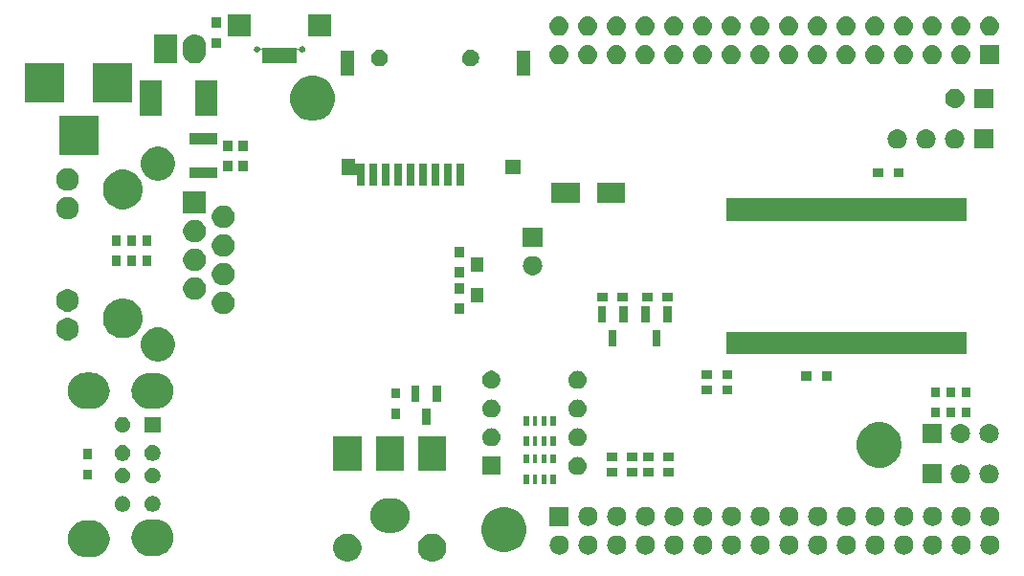
<source format=gbs>
G04 #@! TF.GenerationSoftware,KiCad,Pcbnew,5.0.1+dfsg1-3~bpo9+1*
G04 #@! TF.CreationDate,2019-01-18T15:45:32+07:00*
G04 #@! TF.ProjectId,DEV BOARD,44455620424F4152442E6B696361645F,rev?*
G04 #@! TF.SameCoordinates,PX6539160PY6d28560*
G04 #@! TF.FileFunction,Soldermask,Bot*
G04 #@! TF.FilePolarity,Negative*
%FSLAX46Y46*%
G04 Gerber Fmt 4.6, Leading zero omitted, Abs format (unit mm)*
G04 Created by KiCad (PCBNEW 5.0.1+dfsg1-3~bpo9+1) date Fri 18 Jan 2019 03:45:32 PM +07*
%MOMM*%
%LPD*%
G01*
G04 APERTURE LIST*
%ADD10C,0.100000*%
G04 APERTURE END LIST*
D10*
G36*
X38594612Y2981963D02*
X38822096Y2887736D01*
X39026831Y2750936D01*
X39200936Y2576831D01*
X39337736Y2372096D01*
X39431963Y2144612D01*
X39480000Y1903115D01*
X39480000Y1656885D01*
X39431963Y1415388D01*
X39337736Y1187904D01*
X39200936Y983169D01*
X39026831Y809064D01*
X38822096Y672264D01*
X38594612Y578037D01*
X38353115Y530000D01*
X38106885Y530000D01*
X37865388Y578037D01*
X37637904Y672264D01*
X37433169Y809064D01*
X37259064Y983169D01*
X37122264Y1187904D01*
X37028037Y1415388D01*
X36980000Y1656885D01*
X36980000Y1903115D01*
X37028037Y2144612D01*
X37122264Y2372096D01*
X37259064Y2576831D01*
X37433169Y2750936D01*
X37637904Y2887736D01*
X37865388Y2981963D01*
X38106885Y3030000D01*
X38353115Y3030000D01*
X38594612Y2981963D01*
X38594612Y2981963D01*
G37*
G36*
X31094612Y2981963D02*
X31322096Y2887736D01*
X31526831Y2750936D01*
X31700936Y2576831D01*
X31837736Y2372096D01*
X31931963Y2144612D01*
X31980000Y1903115D01*
X31980000Y1656885D01*
X31931963Y1415388D01*
X31837736Y1187904D01*
X31700936Y983169D01*
X31526831Y809064D01*
X31322096Y672264D01*
X31094612Y578037D01*
X30853115Y530000D01*
X30606885Y530000D01*
X30365388Y578037D01*
X30137904Y672264D01*
X29933169Y809064D01*
X29759064Y983169D01*
X29622264Y1187904D01*
X29528037Y1415388D01*
X29480000Y1656885D01*
X29480000Y1903115D01*
X29528037Y2144612D01*
X29622264Y2372096D01*
X29759064Y2576831D01*
X29933169Y2750936D01*
X30137904Y2887736D01*
X30365388Y2981963D01*
X30606885Y3030000D01*
X30853115Y3030000D01*
X31094612Y2981963D01*
X31094612Y2981963D01*
G37*
G36*
X8246950Y4152283D02*
X8403655Y4136849D01*
X8604722Y4075856D01*
X8705257Y4045359D01*
X8796126Y3996788D01*
X8983213Y3896788D01*
X9226845Y3696845D01*
X9426788Y3453213D01*
X9478342Y3356762D01*
X9575359Y3175257D01*
X9595154Y3110000D01*
X9666849Y2873655D01*
X9697741Y2560000D01*
X9666849Y2246345D01*
X9635988Y2144611D01*
X9575359Y1944743D01*
X9521174Y1843371D01*
X9426788Y1666787D01*
X9226845Y1423155D01*
X8983213Y1223212D01*
X8917156Y1187904D01*
X8705257Y1074641D01*
X8604722Y1044144D01*
X8403655Y983151D01*
X8246950Y967717D01*
X8168598Y960000D01*
X7511402Y960000D01*
X7433050Y967717D01*
X7276345Y983151D01*
X7075278Y1044144D01*
X6974743Y1074641D01*
X6762844Y1187904D01*
X6696787Y1223212D01*
X6453155Y1423155D01*
X6253212Y1666787D01*
X6158826Y1843371D01*
X6104641Y1944743D01*
X6044012Y2144611D01*
X6013151Y2246345D01*
X5982259Y2560000D01*
X6013151Y2873655D01*
X6084846Y3110000D01*
X6104641Y3175257D01*
X6201658Y3356762D01*
X6253212Y3453213D01*
X6453155Y3696845D01*
X6696787Y3896788D01*
X6883874Y3996788D01*
X6974743Y4045359D01*
X7075278Y4075856D01*
X7276345Y4136849D01*
X7433050Y4152283D01*
X7511402Y4160000D01*
X8168598Y4160000D01*
X8246950Y4152283D01*
X8246950Y4152283D01*
G37*
G36*
X13896950Y4252283D02*
X14053655Y4236849D01*
X14254722Y4175856D01*
X14355257Y4145359D01*
X14485989Y4075481D01*
X14633213Y3996788D01*
X14876845Y3796845D01*
X15076788Y3553213D01*
X15130239Y3453213D01*
X15225359Y3275257D01*
X15255693Y3175257D01*
X15316849Y2973655D01*
X15347741Y2660000D01*
X15316849Y2346345D01*
X15313970Y2336855D01*
X15225359Y2044743D01*
X15149657Y1903115D01*
X15076788Y1766787D01*
X14876845Y1523155D01*
X14633213Y1323212D01*
X14589470Y1299831D01*
X14355257Y1174641D01*
X14254722Y1144144D01*
X14053655Y1083151D01*
X13896950Y1067717D01*
X13818598Y1060000D01*
X13161402Y1060000D01*
X13083050Y1067717D01*
X12926345Y1083151D01*
X12725278Y1144144D01*
X12624743Y1174641D01*
X12390530Y1299831D01*
X12346787Y1323212D01*
X12103155Y1523155D01*
X11903212Y1766787D01*
X11830343Y1903115D01*
X11754641Y2044743D01*
X11666030Y2336855D01*
X11663151Y2346345D01*
X11632259Y2660000D01*
X11663151Y2973655D01*
X11724307Y3175257D01*
X11754641Y3275257D01*
X11849761Y3453213D01*
X11903212Y3553213D01*
X12103155Y3796845D01*
X12346787Y3996788D01*
X12494011Y4075481D01*
X12624743Y4145359D01*
X12725278Y4175856D01*
X12926345Y4236849D01*
X13083050Y4252283D01*
X13161402Y4260000D01*
X13818598Y4260000D01*
X13896950Y4252283D01*
X13896950Y4252283D01*
G37*
G36*
X87746630Y2847701D02*
X87906855Y2799097D01*
X88054520Y2720169D01*
X88183949Y2613949D01*
X88290169Y2484520D01*
X88369097Y2336855D01*
X88417701Y2176630D01*
X88434112Y2010000D01*
X88417701Y1843370D01*
X88369097Y1683145D01*
X88290169Y1535480D01*
X88183949Y1406051D01*
X88054520Y1299831D01*
X87906855Y1220903D01*
X87746630Y1172299D01*
X87621752Y1160000D01*
X87538248Y1160000D01*
X87413370Y1172299D01*
X87253145Y1220903D01*
X87105480Y1299831D01*
X86976051Y1406051D01*
X86869831Y1535480D01*
X86790903Y1683145D01*
X86742299Y1843370D01*
X86725888Y2010000D01*
X86742299Y2176630D01*
X86790903Y2336855D01*
X86869831Y2484520D01*
X86976051Y2613949D01*
X87105480Y2720169D01*
X87253145Y2799097D01*
X87413370Y2847701D01*
X87538248Y2860000D01*
X87621752Y2860000D01*
X87746630Y2847701D01*
X87746630Y2847701D01*
G37*
G36*
X72506630Y2847701D02*
X72666855Y2799097D01*
X72814520Y2720169D01*
X72943949Y2613949D01*
X73050169Y2484520D01*
X73129097Y2336855D01*
X73177701Y2176630D01*
X73194112Y2010000D01*
X73177701Y1843370D01*
X73129097Y1683145D01*
X73050169Y1535480D01*
X72943949Y1406051D01*
X72814520Y1299831D01*
X72666855Y1220903D01*
X72506630Y1172299D01*
X72381752Y1160000D01*
X72298248Y1160000D01*
X72173370Y1172299D01*
X72013145Y1220903D01*
X71865480Y1299831D01*
X71736051Y1406051D01*
X71629831Y1535480D01*
X71550903Y1683145D01*
X71502299Y1843370D01*
X71485888Y2010000D01*
X71502299Y2176630D01*
X71550903Y2336855D01*
X71629831Y2484520D01*
X71736051Y2613949D01*
X71865480Y2720169D01*
X72013145Y2799097D01*
X72173370Y2847701D01*
X72298248Y2860000D01*
X72381752Y2860000D01*
X72506630Y2847701D01*
X72506630Y2847701D01*
G37*
G36*
X49646630Y2847701D02*
X49806855Y2799097D01*
X49954520Y2720169D01*
X50083949Y2613949D01*
X50190169Y2484520D01*
X50269097Y2336855D01*
X50317701Y2176630D01*
X50334112Y2010000D01*
X50317701Y1843370D01*
X50269097Y1683145D01*
X50190169Y1535480D01*
X50083949Y1406051D01*
X49954520Y1299831D01*
X49806855Y1220903D01*
X49646630Y1172299D01*
X49521752Y1160000D01*
X49438248Y1160000D01*
X49313370Y1172299D01*
X49153145Y1220903D01*
X49005480Y1299831D01*
X48876051Y1406051D01*
X48769831Y1535480D01*
X48690903Y1683145D01*
X48642299Y1843370D01*
X48625888Y2010000D01*
X48642299Y2176630D01*
X48690903Y2336855D01*
X48769831Y2484520D01*
X48876051Y2613949D01*
X49005480Y2720169D01*
X49153145Y2799097D01*
X49313370Y2847701D01*
X49438248Y2860000D01*
X49521752Y2860000D01*
X49646630Y2847701D01*
X49646630Y2847701D01*
G37*
G36*
X52186630Y2847701D02*
X52346855Y2799097D01*
X52494520Y2720169D01*
X52623949Y2613949D01*
X52730169Y2484520D01*
X52809097Y2336855D01*
X52857701Y2176630D01*
X52874112Y2010000D01*
X52857701Y1843370D01*
X52809097Y1683145D01*
X52730169Y1535480D01*
X52623949Y1406051D01*
X52494520Y1299831D01*
X52346855Y1220903D01*
X52186630Y1172299D01*
X52061752Y1160000D01*
X51978248Y1160000D01*
X51853370Y1172299D01*
X51693145Y1220903D01*
X51545480Y1299831D01*
X51416051Y1406051D01*
X51309831Y1535480D01*
X51230903Y1683145D01*
X51182299Y1843370D01*
X51165888Y2010000D01*
X51182299Y2176630D01*
X51230903Y2336855D01*
X51309831Y2484520D01*
X51416051Y2613949D01*
X51545480Y2720169D01*
X51693145Y2799097D01*
X51853370Y2847701D01*
X51978248Y2860000D01*
X52061752Y2860000D01*
X52186630Y2847701D01*
X52186630Y2847701D01*
G37*
G36*
X54726630Y2847701D02*
X54886855Y2799097D01*
X55034520Y2720169D01*
X55163949Y2613949D01*
X55270169Y2484520D01*
X55349097Y2336855D01*
X55397701Y2176630D01*
X55414112Y2010000D01*
X55397701Y1843370D01*
X55349097Y1683145D01*
X55270169Y1535480D01*
X55163949Y1406051D01*
X55034520Y1299831D01*
X54886855Y1220903D01*
X54726630Y1172299D01*
X54601752Y1160000D01*
X54518248Y1160000D01*
X54393370Y1172299D01*
X54233145Y1220903D01*
X54085480Y1299831D01*
X53956051Y1406051D01*
X53849831Y1535480D01*
X53770903Y1683145D01*
X53722299Y1843370D01*
X53705888Y2010000D01*
X53722299Y2176630D01*
X53770903Y2336855D01*
X53849831Y2484520D01*
X53956051Y2613949D01*
X54085480Y2720169D01*
X54233145Y2799097D01*
X54393370Y2847701D01*
X54518248Y2860000D01*
X54601752Y2860000D01*
X54726630Y2847701D01*
X54726630Y2847701D01*
G37*
G36*
X57266630Y2847701D02*
X57426855Y2799097D01*
X57574520Y2720169D01*
X57703949Y2613949D01*
X57810169Y2484520D01*
X57889097Y2336855D01*
X57937701Y2176630D01*
X57954112Y2010000D01*
X57937701Y1843370D01*
X57889097Y1683145D01*
X57810169Y1535480D01*
X57703949Y1406051D01*
X57574520Y1299831D01*
X57426855Y1220903D01*
X57266630Y1172299D01*
X57141752Y1160000D01*
X57058248Y1160000D01*
X56933370Y1172299D01*
X56773145Y1220903D01*
X56625480Y1299831D01*
X56496051Y1406051D01*
X56389831Y1535480D01*
X56310903Y1683145D01*
X56262299Y1843370D01*
X56245888Y2010000D01*
X56262299Y2176630D01*
X56310903Y2336855D01*
X56389831Y2484520D01*
X56496051Y2613949D01*
X56625480Y2720169D01*
X56773145Y2799097D01*
X56933370Y2847701D01*
X57058248Y2860000D01*
X57141752Y2860000D01*
X57266630Y2847701D01*
X57266630Y2847701D01*
G37*
G36*
X59806630Y2847701D02*
X59966855Y2799097D01*
X60114520Y2720169D01*
X60243949Y2613949D01*
X60350169Y2484520D01*
X60429097Y2336855D01*
X60477701Y2176630D01*
X60494112Y2010000D01*
X60477701Y1843370D01*
X60429097Y1683145D01*
X60350169Y1535480D01*
X60243949Y1406051D01*
X60114520Y1299831D01*
X59966855Y1220903D01*
X59806630Y1172299D01*
X59681752Y1160000D01*
X59598248Y1160000D01*
X59473370Y1172299D01*
X59313145Y1220903D01*
X59165480Y1299831D01*
X59036051Y1406051D01*
X58929831Y1535480D01*
X58850903Y1683145D01*
X58802299Y1843370D01*
X58785888Y2010000D01*
X58802299Y2176630D01*
X58850903Y2336855D01*
X58929831Y2484520D01*
X59036051Y2613949D01*
X59165480Y2720169D01*
X59313145Y2799097D01*
X59473370Y2847701D01*
X59598248Y2860000D01*
X59681752Y2860000D01*
X59806630Y2847701D01*
X59806630Y2847701D01*
G37*
G36*
X62346630Y2847701D02*
X62506855Y2799097D01*
X62654520Y2720169D01*
X62783949Y2613949D01*
X62890169Y2484520D01*
X62969097Y2336855D01*
X63017701Y2176630D01*
X63034112Y2010000D01*
X63017701Y1843370D01*
X62969097Y1683145D01*
X62890169Y1535480D01*
X62783949Y1406051D01*
X62654520Y1299831D01*
X62506855Y1220903D01*
X62346630Y1172299D01*
X62221752Y1160000D01*
X62138248Y1160000D01*
X62013370Y1172299D01*
X61853145Y1220903D01*
X61705480Y1299831D01*
X61576051Y1406051D01*
X61469831Y1535480D01*
X61390903Y1683145D01*
X61342299Y1843370D01*
X61325888Y2010000D01*
X61342299Y2176630D01*
X61390903Y2336855D01*
X61469831Y2484520D01*
X61576051Y2613949D01*
X61705480Y2720169D01*
X61853145Y2799097D01*
X62013370Y2847701D01*
X62138248Y2860000D01*
X62221752Y2860000D01*
X62346630Y2847701D01*
X62346630Y2847701D01*
G37*
G36*
X64886630Y2847701D02*
X65046855Y2799097D01*
X65194520Y2720169D01*
X65323949Y2613949D01*
X65430169Y2484520D01*
X65509097Y2336855D01*
X65557701Y2176630D01*
X65574112Y2010000D01*
X65557701Y1843370D01*
X65509097Y1683145D01*
X65430169Y1535480D01*
X65323949Y1406051D01*
X65194520Y1299831D01*
X65046855Y1220903D01*
X64886630Y1172299D01*
X64761752Y1160000D01*
X64678248Y1160000D01*
X64553370Y1172299D01*
X64393145Y1220903D01*
X64245480Y1299831D01*
X64116051Y1406051D01*
X64009831Y1535480D01*
X63930903Y1683145D01*
X63882299Y1843370D01*
X63865888Y2010000D01*
X63882299Y2176630D01*
X63930903Y2336855D01*
X64009831Y2484520D01*
X64116051Y2613949D01*
X64245480Y2720169D01*
X64393145Y2799097D01*
X64553370Y2847701D01*
X64678248Y2860000D01*
X64761752Y2860000D01*
X64886630Y2847701D01*
X64886630Y2847701D01*
G37*
G36*
X69966630Y2847701D02*
X70126855Y2799097D01*
X70274520Y2720169D01*
X70403949Y2613949D01*
X70510169Y2484520D01*
X70589097Y2336855D01*
X70637701Y2176630D01*
X70654112Y2010000D01*
X70637701Y1843370D01*
X70589097Y1683145D01*
X70510169Y1535480D01*
X70403949Y1406051D01*
X70274520Y1299831D01*
X70126855Y1220903D01*
X69966630Y1172299D01*
X69841752Y1160000D01*
X69758248Y1160000D01*
X69633370Y1172299D01*
X69473145Y1220903D01*
X69325480Y1299831D01*
X69196051Y1406051D01*
X69089831Y1535480D01*
X69010903Y1683145D01*
X68962299Y1843370D01*
X68945888Y2010000D01*
X68962299Y2176630D01*
X69010903Y2336855D01*
X69089831Y2484520D01*
X69196051Y2613949D01*
X69325480Y2720169D01*
X69473145Y2799097D01*
X69633370Y2847701D01*
X69758248Y2860000D01*
X69841752Y2860000D01*
X69966630Y2847701D01*
X69966630Y2847701D01*
G37*
G36*
X75046630Y2847701D02*
X75206855Y2799097D01*
X75354520Y2720169D01*
X75483949Y2613949D01*
X75590169Y2484520D01*
X75669097Y2336855D01*
X75717701Y2176630D01*
X75734112Y2010000D01*
X75717701Y1843370D01*
X75669097Y1683145D01*
X75590169Y1535480D01*
X75483949Y1406051D01*
X75354520Y1299831D01*
X75206855Y1220903D01*
X75046630Y1172299D01*
X74921752Y1160000D01*
X74838248Y1160000D01*
X74713370Y1172299D01*
X74553145Y1220903D01*
X74405480Y1299831D01*
X74276051Y1406051D01*
X74169831Y1535480D01*
X74090903Y1683145D01*
X74042299Y1843370D01*
X74025888Y2010000D01*
X74042299Y2176630D01*
X74090903Y2336855D01*
X74169831Y2484520D01*
X74276051Y2613949D01*
X74405480Y2720169D01*
X74553145Y2799097D01*
X74713370Y2847701D01*
X74838248Y2860000D01*
X74921752Y2860000D01*
X75046630Y2847701D01*
X75046630Y2847701D01*
G37*
G36*
X77586630Y2847701D02*
X77746855Y2799097D01*
X77894520Y2720169D01*
X78023949Y2613949D01*
X78130169Y2484520D01*
X78209097Y2336855D01*
X78257701Y2176630D01*
X78274112Y2010000D01*
X78257701Y1843370D01*
X78209097Y1683145D01*
X78130169Y1535480D01*
X78023949Y1406051D01*
X77894520Y1299831D01*
X77746855Y1220903D01*
X77586630Y1172299D01*
X77461752Y1160000D01*
X77378248Y1160000D01*
X77253370Y1172299D01*
X77093145Y1220903D01*
X76945480Y1299831D01*
X76816051Y1406051D01*
X76709831Y1535480D01*
X76630903Y1683145D01*
X76582299Y1843370D01*
X76565888Y2010000D01*
X76582299Y2176630D01*
X76630903Y2336855D01*
X76709831Y2484520D01*
X76816051Y2613949D01*
X76945480Y2720169D01*
X77093145Y2799097D01*
X77253370Y2847701D01*
X77378248Y2860000D01*
X77461752Y2860000D01*
X77586630Y2847701D01*
X77586630Y2847701D01*
G37*
G36*
X80126630Y2847701D02*
X80286855Y2799097D01*
X80434520Y2720169D01*
X80563949Y2613949D01*
X80670169Y2484520D01*
X80749097Y2336855D01*
X80797701Y2176630D01*
X80814112Y2010000D01*
X80797701Y1843370D01*
X80749097Y1683145D01*
X80670169Y1535480D01*
X80563949Y1406051D01*
X80434520Y1299831D01*
X80286855Y1220903D01*
X80126630Y1172299D01*
X80001752Y1160000D01*
X79918248Y1160000D01*
X79793370Y1172299D01*
X79633145Y1220903D01*
X79485480Y1299831D01*
X79356051Y1406051D01*
X79249831Y1535480D01*
X79170903Y1683145D01*
X79122299Y1843370D01*
X79105888Y2010000D01*
X79122299Y2176630D01*
X79170903Y2336855D01*
X79249831Y2484520D01*
X79356051Y2613949D01*
X79485480Y2720169D01*
X79633145Y2799097D01*
X79793370Y2847701D01*
X79918248Y2860000D01*
X80001752Y2860000D01*
X80126630Y2847701D01*
X80126630Y2847701D01*
G37*
G36*
X82666630Y2847701D02*
X82826855Y2799097D01*
X82974520Y2720169D01*
X83103949Y2613949D01*
X83210169Y2484520D01*
X83289097Y2336855D01*
X83337701Y2176630D01*
X83354112Y2010000D01*
X83337701Y1843370D01*
X83289097Y1683145D01*
X83210169Y1535480D01*
X83103949Y1406051D01*
X82974520Y1299831D01*
X82826855Y1220903D01*
X82666630Y1172299D01*
X82541752Y1160000D01*
X82458248Y1160000D01*
X82333370Y1172299D01*
X82173145Y1220903D01*
X82025480Y1299831D01*
X81896051Y1406051D01*
X81789831Y1535480D01*
X81710903Y1683145D01*
X81662299Y1843370D01*
X81645888Y2010000D01*
X81662299Y2176630D01*
X81710903Y2336855D01*
X81789831Y2484520D01*
X81896051Y2613949D01*
X82025480Y2720169D01*
X82173145Y2799097D01*
X82333370Y2847701D01*
X82458248Y2860000D01*
X82541752Y2860000D01*
X82666630Y2847701D01*
X82666630Y2847701D01*
G37*
G36*
X85206630Y2847701D02*
X85366855Y2799097D01*
X85514520Y2720169D01*
X85643949Y2613949D01*
X85750169Y2484520D01*
X85829097Y2336855D01*
X85877701Y2176630D01*
X85894112Y2010000D01*
X85877701Y1843370D01*
X85829097Y1683145D01*
X85750169Y1535480D01*
X85643949Y1406051D01*
X85514520Y1299831D01*
X85366855Y1220903D01*
X85206630Y1172299D01*
X85081752Y1160000D01*
X84998248Y1160000D01*
X84873370Y1172299D01*
X84713145Y1220903D01*
X84565480Y1299831D01*
X84436051Y1406051D01*
X84329831Y1535480D01*
X84250903Y1683145D01*
X84202299Y1843370D01*
X84185888Y2010000D01*
X84202299Y2176630D01*
X84250903Y2336855D01*
X84329831Y2484520D01*
X84436051Y2613949D01*
X84565480Y2720169D01*
X84713145Y2799097D01*
X84873370Y2847701D01*
X84998248Y2860000D01*
X85081752Y2860000D01*
X85206630Y2847701D01*
X85206630Y2847701D01*
G37*
G36*
X67426630Y2847701D02*
X67586855Y2799097D01*
X67734520Y2720169D01*
X67863949Y2613949D01*
X67970169Y2484520D01*
X68049097Y2336855D01*
X68097701Y2176630D01*
X68114112Y2010000D01*
X68097701Y1843370D01*
X68049097Y1683145D01*
X67970169Y1535480D01*
X67863949Y1406051D01*
X67734520Y1299831D01*
X67586855Y1220903D01*
X67426630Y1172299D01*
X67301752Y1160000D01*
X67218248Y1160000D01*
X67093370Y1172299D01*
X66933145Y1220903D01*
X66785480Y1299831D01*
X66656051Y1406051D01*
X66549831Y1535480D01*
X66470903Y1683145D01*
X66422299Y1843370D01*
X66405888Y2010000D01*
X66422299Y2176630D01*
X66470903Y2336855D01*
X66549831Y2484520D01*
X66656051Y2613949D01*
X66785480Y2720169D01*
X66933145Y2799097D01*
X67093370Y2847701D01*
X67218248Y2860000D01*
X67301752Y2860000D01*
X67426630Y2847701D01*
X67426630Y2847701D01*
G37*
G36*
X45163378Y5293141D02*
X45527354Y5142378D01*
X45854929Y4923499D01*
X46133499Y4644929D01*
X46352378Y4317354D01*
X46503141Y3953378D01*
X46580000Y3566984D01*
X46580000Y3173016D01*
X46503141Y2786622D01*
X46352378Y2422646D01*
X46133499Y2095071D01*
X45854929Y1816501D01*
X45527354Y1597622D01*
X45163378Y1446859D01*
X44776984Y1370000D01*
X44383016Y1370000D01*
X43996622Y1446859D01*
X43632646Y1597622D01*
X43305071Y1816501D01*
X43026501Y2095071D01*
X42807622Y2422646D01*
X42656859Y2786622D01*
X42580000Y3173016D01*
X42580000Y3566984D01*
X42656859Y3953378D01*
X42807622Y4317354D01*
X43026501Y4644929D01*
X43305071Y4923499D01*
X43632646Y5142378D01*
X43996622Y5293141D01*
X44383016Y5370000D01*
X44776984Y5370000D01*
X45163378Y5293141D01*
X45163378Y5293141D01*
G37*
G36*
X35049048Y6088296D02*
X35049051Y6088295D01*
X35331802Y6002524D01*
X35331804Y6002523D01*
X35592389Y5863237D01*
X35820792Y5675792D01*
X36008237Y5447389D01*
X36108308Y5260169D01*
X36147524Y5186802D01*
X36161000Y5142377D01*
X36233296Y4904048D01*
X36262257Y4610000D01*
X36233296Y4315952D01*
X36147523Y4033196D01*
X36008237Y3772611D01*
X35820792Y3544208D01*
X35592389Y3356763D01*
X35331804Y3217477D01*
X35331802Y3217476D01*
X35192620Y3175256D01*
X35049048Y3131704D01*
X34828684Y3110000D01*
X34166316Y3110000D01*
X33945952Y3131704D01*
X33802380Y3175256D01*
X33663198Y3217476D01*
X33663196Y3217477D01*
X33402611Y3356763D01*
X33174208Y3544208D01*
X32986763Y3772611D01*
X32847477Y4033196D01*
X32761704Y4315952D01*
X32732743Y4610000D01*
X32761704Y4904048D01*
X32834000Y5142377D01*
X32847476Y5186802D01*
X32886692Y5260169D01*
X32986763Y5447389D01*
X33174208Y5675792D01*
X33402611Y5863237D01*
X33663196Y6002523D01*
X33663198Y6002524D01*
X33945949Y6088295D01*
X33945952Y6088296D01*
X34166316Y6110000D01*
X34828684Y6110000D01*
X35049048Y6088296D01*
X35049048Y6088296D01*
G37*
G36*
X77586630Y5387701D02*
X77746855Y5339097D01*
X77894520Y5260169D01*
X78023949Y5153949D01*
X78130169Y5024520D01*
X78209097Y4876855D01*
X78257701Y4716630D01*
X78274112Y4550000D01*
X78257701Y4383370D01*
X78209097Y4223145D01*
X78130169Y4075480D01*
X78023949Y3946051D01*
X77894520Y3839831D01*
X77746855Y3760903D01*
X77586630Y3712299D01*
X77461752Y3700000D01*
X77378248Y3700000D01*
X77253370Y3712299D01*
X77093145Y3760903D01*
X76945480Y3839831D01*
X76816051Y3946051D01*
X76709831Y4075480D01*
X76630903Y4223145D01*
X76582299Y4383370D01*
X76565888Y4550000D01*
X76582299Y4716630D01*
X76630903Y4876855D01*
X76709831Y5024520D01*
X76816051Y5153949D01*
X76945480Y5260169D01*
X77093145Y5339097D01*
X77253370Y5387701D01*
X77378248Y5400000D01*
X77461752Y5400000D01*
X77586630Y5387701D01*
X77586630Y5387701D01*
G37*
G36*
X87746630Y5387701D02*
X87906855Y5339097D01*
X88054520Y5260169D01*
X88183949Y5153949D01*
X88290169Y5024520D01*
X88369097Y4876855D01*
X88417701Y4716630D01*
X88434112Y4550000D01*
X88417701Y4383370D01*
X88369097Y4223145D01*
X88290169Y4075480D01*
X88183949Y3946051D01*
X88054520Y3839831D01*
X87906855Y3760903D01*
X87746630Y3712299D01*
X87621752Y3700000D01*
X87538248Y3700000D01*
X87413370Y3712299D01*
X87253145Y3760903D01*
X87105480Y3839831D01*
X86976051Y3946051D01*
X86869831Y4075480D01*
X86790903Y4223145D01*
X86742299Y4383370D01*
X86725888Y4550000D01*
X86742299Y4716630D01*
X86790903Y4876855D01*
X86869831Y5024520D01*
X86976051Y5153949D01*
X87105480Y5260169D01*
X87253145Y5339097D01*
X87413370Y5387701D01*
X87538248Y5400000D01*
X87621752Y5400000D01*
X87746630Y5387701D01*
X87746630Y5387701D01*
G37*
G36*
X82666630Y5387701D02*
X82826855Y5339097D01*
X82974520Y5260169D01*
X83103949Y5153949D01*
X83210169Y5024520D01*
X83289097Y4876855D01*
X83337701Y4716630D01*
X83354112Y4550000D01*
X83337701Y4383370D01*
X83289097Y4223145D01*
X83210169Y4075480D01*
X83103949Y3946051D01*
X82974520Y3839831D01*
X82826855Y3760903D01*
X82666630Y3712299D01*
X82541752Y3700000D01*
X82458248Y3700000D01*
X82333370Y3712299D01*
X82173145Y3760903D01*
X82025480Y3839831D01*
X81896051Y3946051D01*
X81789831Y4075480D01*
X81710903Y4223145D01*
X81662299Y4383370D01*
X81645888Y4550000D01*
X81662299Y4716630D01*
X81710903Y4876855D01*
X81789831Y5024520D01*
X81896051Y5153949D01*
X82025480Y5260169D01*
X82173145Y5339097D01*
X82333370Y5387701D01*
X82458248Y5400000D01*
X82541752Y5400000D01*
X82666630Y5387701D01*
X82666630Y5387701D01*
G37*
G36*
X85206630Y5387701D02*
X85366855Y5339097D01*
X85514520Y5260169D01*
X85643949Y5153949D01*
X85750169Y5024520D01*
X85829097Y4876855D01*
X85877701Y4716630D01*
X85894112Y4550000D01*
X85877701Y4383370D01*
X85829097Y4223145D01*
X85750169Y4075480D01*
X85643949Y3946051D01*
X85514520Y3839831D01*
X85366855Y3760903D01*
X85206630Y3712299D01*
X85081752Y3700000D01*
X84998248Y3700000D01*
X84873370Y3712299D01*
X84713145Y3760903D01*
X84565480Y3839831D01*
X84436051Y3946051D01*
X84329831Y4075480D01*
X84250903Y4223145D01*
X84202299Y4383370D01*
X84185888Y4550000D01*
X84202299Y4716630D01*
X84250903Y4876855D01*
X84329831Y5024520D01*
X84436051Y5153949D01*
X84565480Y5260169D01*
X84713145Y5339097D01*
X84873370Y5387701D01*
X84998248Y5400000D01*
X85081752Y5400000D01*
X85206630Y5387701D01*
X85206630Y5387701D01*
G37*
G36*
X80126630Y5387701D02*
X80286855Y5339097D01*
X80434520Y5260169D01*
X80563949Y5153949D01*
X80670169Y5024520D01*
X80749097Y4876855D01*
X80797701Y4716630D01*
X80814112Y4550000D01*
X80797701Y4383370D01*
X80749097Y4223145D01*
X80670169Y4075480D01*
X80563949Y3946051D01*
X80434520Y3839831D01*
X80286855Y3760903D01*
X80126630Y3712299D01*
X80001752Y3700000D01*
X79918248Y3700000D01*
X79793370Y3712299D01*
X79633145Y3760903D01*
X79485480Y3839831D01*
X79356051Y3946051D01*
X79249831Y4075480D01*
X79170903Y4223145D01*
X79122299Y4383370D01*
X79105888Y4550000D01*
X79122299Y4716630D01*
X79170903Y4876855D01*
X79249831Y5024520D01*
X79356051Y5153949D01*
X79485480Y5260169D01*
X79633145Y5339097D01*
X79793370Y5387701D01*
X79918248Y5400000D01*
X80001752Y5400000D01*
X80126630Y5387701D01*
X80126630Y5387701D01*
G37*
G36*
X52186630Y5387701D02*
X52346855Y5339097D01*
X52494520Y5260169D01*
X52623949Y5153949D01*
X52730169Y5024520D01*
X52809097Y4876855D01*
X52857701Y4716630D01*
X52874112Y4550000D01*
X52857701Y4383370D01*
X52809097Y4223145D01*
X52730169Y4075480D01*
X52623949Y3946051D01*
X52494520Y3839831D01*
X52346855Y3760903D01*
X52186630Y3712299D01*
X52061752Y3700000D01*
X51978248Y3700000D01*
X51853370Y3712299D01*
X51693145Y3760903D01*
X51545480Y3839831D01*
X51416051Y3946051D01*
X51309831Y4075480D01*
X51230903Y4223145D01*
X51182299Y4383370D01*
X51165888Y4550000D01*
X51182299Y4716630D01*
X51230903Y4876855D01*
X51309831Y5024520D01*
X51416051Y5153949D01*
X51545480Y5260169D01*
X51693145Y5339097D01*
X51853370Y5387701D01*
X51978248Y5400000D01*
X52061752Y5400000D01*
X52186630Y5387701D01*
X52186630Y5387701D01*
G37*
G36*
X54726630Y5387701D02*
X54886855Y5339097D01*
X55034520Y5260169D01*
X55163949Y5153949D01*
X55270169Y5024520D01*
X55349097Y4876855D01*
X55397701Y4716630D01*
X55414112Y4550000D01*
X55397701Y4383370D01*
X55349097Y4223145D01*
X55270169Y4075480D01*
X55163949Y3946051D01*
X55034520Y3839831D01*
X54886855Y3760903D01*
X54726630Y3712299D01*
X54601752Y3700000D01*
X54518248Y3700000D01*
X54393370Y3712299D01*
X54233145Y3760903D01*
X54085480Y3839831D01*
X53956051Y3946051D01*
X53849831Y4075480D01*
X53770903Y4223145D01*
X53722299Y4383370D01*
X53705888Y4550000D01*
X53722299Y4716630D01*
X53770903Y4876855D01*
X53849831Y5024520D01*
X53956051Y5153949D01*
X54085480Y5260169D01*
X54233145Y5339097D01*
X54393370Y5387701D01*
X54518248Y5400000D01*
X54601752Y5400000D01*
X54726630Y5387701D01*
X54726630Y5387701D01*
G37*
G36*
X57266630Y5387701D02*
X57426855Y5339097D01*
X57574520Y5260169D01*
X57703949Y5153949D01*
X57810169Y5024520D01*
X57889097Y4876855D01*
X57937701Y4716630D01*
X57954112Y4550000D01*
X57937701Y4383370D01*
X57889097Y4223145D01*
X57810169Y4075480D01*
X57703949Y3946051D01*
X57574520Y3839831D01*
X57426855Y3760903D01*
X57266630Y3712299D01*
X57141752Y3700000D01*
X57058248Y3700000D01*
X56933370Y3712299D01*
X56773145Y3760903D01*
X56625480Y3839831D01*
X56496051Y3946051D01*
X56389831Y4075480D01*
X56310903Y4223145D01*
X56262299Y4383370D01*
X56245888Y4550000D01*
X56262299Y4716630D01*
X56310903Y4876855D01*
X56389831Y5024520D01*
X56496051Y5153949D01*
X56625480Y5260169D01*
X56773145Y5339097D01*
X56933370Y5387701D01*
X57058248Y5400000D01*
X57141752Y5400000D01*
X57266630Y5387701D01*
X57266630Y5387701D01*
G37*
G36*
X69966630Y5387701D02*
X70126855Y5339097D01*
X70274520Y5260169D01*
X70403949Y5153949D01*
X70510169Y5024520D01*
X70589097Y4876855D01*
X70637701Y4716630D01*
X70654112Y4550000D01*
X70637701Y4383370D01*
X70589097Y4223145D01*
X70510169Y4075480D01*
X70403949Y3946051D01*
X70274520Y3839831D01*
X70126855Y3760903D01*
X69966630Y3712299D01*
X69841752Y3700000D01*
X69758248Y3700000D01*
X69633370Y3712299D01*
X69473145Y3760903D01*
X69325480Y3839831D01*
X69196051Y3946051D01*
X69089831Y4075480D01*
X69010903Y4223145D01*
X68962299Y4383370D01*
X68945888Y4550000D01*
X68962299Y4716630D01*
X69010903Y4876855D01*
X69089831Y5024520D01*
X69196051Y5153949D01*
X69325480Y5260169D01*
X69473145Y5339097D01*
X69633370Y5387701D01*
X69758248Y5400000D01*
X69841752Y5400000D01*
X69966630Y5387701D01*
X69966630Y5387701D01*
G37*
G36*
X62346630Y5387701D02*
X62506855Y5339097D01*
X62654520Y5260169D01*
X62783949Y5153949D01*
X62890169Y5024520D01*
X62969097Y4876855D01*
X63017701Y4716630D01*
X63034112Y4550000D01*
X63017701Y4383370D01*
X62969097Y4223145D01*
X62890169Y4075480D01*
X62783949Y3946051D01*
X62654520Y3839831D01*
X62506855Y3760903D01*
X62346630Y3712299D01*
X62221752Y3700000D01*
X62138248Y3700000D01*
X62013370Y3712299D01*
X61853145Y3760903D01*
X61705480Y3839831D01*
X61576051Y3946051D01*
X61469831Y4075480D01*
X61390903Y4223145D01*
X61342299Y4383370D01*
X61325888Y4550000D01*
X61342299Y4716630D01*
X61390903Y4876855D01*
X61469831Y5024520D01*
X61576051Y5153949D01*
X61705480Y5260169D01*
X61853145Y5339097D01*
X62013370Y5387701D01*
X62138248Y5400000D01*
X62221752Y5400000D01*
X62346630Y5387701D01*
X62346630Y5387701D01*
G37*
G36*
X72506630Y5387701D02*
X72666855Y5339097D01*
X72814520Y5260169D01*
X72943949Y5153949D01*
X73050169Y5024520D01*
X73129097Y4876855D01*
X73177701Y4716630D01*
X73194112Y4550000D01*
X73177701Y4383370D01*
X73129097Y4223145D01*
X73050169Y4075480D01*
X72943949Y3946051D01*
X72814520Y3839831D01*
X72666855Y3760903D01*
X72506630Y3712299D01*
X72381752Y3700000D01*
X72298248Y3700000D01*
X72173370Y3712299D01*
X72013145Y3760903D01*
X71865480Y3839831D01*
X71736051Y3946051D01*
X71629831Y4075480D01*
X71550903Y4223145D01*
X71502299Y4383370D01*
X71485888Y4550000D01*
X71502299Y4716630D01*
X71550903Y4876855D01*
X71629831Y5024520D01*
X71736051Y5153949D01*
X71865480Y5260169D01*
X72013145Y5339097D01*
X72173370Y5387701D01*
X72298248Y5400000D01*
X72381752Y5400000D01*
X72506630Y5387701D01*
X72506630Y5387701D01*
G37*
G36*
X64886630Y5387701D02*
X65046855Y5339097D01*
X65194520Y5260169D01*
X65323949Y5153949D01*
X65430169Y5024520D01*
X65509097Y4876855D01*
X65557701Y4716630D01*
X65574112Y4550000D01*
X65557701Y4383370D01*
X65509097Y4223145D01*
X65430169Y4075480D01*
X65323949Y3946051D01*
X65194520Y3839831D01*
X65046855Y3760903D01*
X64886630Y3712299D01*
X64761752Y3700000D01*
X64678248Y3700000D01*
X64553370Y3712299D01*
X64393145Y3760903D01*
X64245480Y3839831D01*
X64116051Y3946051D01*
X64009831Y4075480D01*
X63930903Y4223145D01*
X63882299Y4383370D01*
X63865888Y4550000D01*
X63882299Y4716630D01*
X63930903Y4876855D01*
X64009831Y5024520D01*
X64116051Y5153949D01*
X64245480Y5260169D01*
X64393145Y5339097D01*
X64553370Y5387701D01*
X64678248Y5400000D01*
X64761752Y5400000D01*
X64886630Y5387701D01*
X64886630Y5387701D01*
G37*
G36*
X75046630Y5387701D02*
X75206855Y5339097D01*
X75354520Y5260169D01*
X75483949Y5153949D01*
X75590169Y5024520D01*
X75669097Y4876855D01*
X75717701Y4716630D01*
X75734112Y4550000D01*
X75717701Y4383370D01*
X75669097Y4223145D01*
X75590169Y4075480D01*
X75483949Y3946051D01*
X75354520Y3839831D01*
X75206855Y3760903D01*
X75046630Y3712299D01*
X74921752Y3700000D01*
X74838248Y3700000D01*
X74713370Y3712299D01*
X74553145Y3760903D01*
X74405480Y3839831D01*
X74276051Y3946051D01*
X74169831Y4075480D01*
X74090903Y4223145D01*
X74042299Y4383370D01*
X74025888Y4550000D01*
X74042299Y4716630D01*
X74090903Y4876855D01*
X74169831Y5024520D01*
X74276051Y5153949D01*
X74405480Y5260169D01*
X74553145Y5339097D01*
X74713370Y5387701D01*
X74838248Y5400000D01*
X74921752Y5400000D01*
X75046630Y5387701D01*
X75046630Y5387701D01*
G37*
G36*
X50330000Y3700000D02*
X48630000Y3700000D01*
X48630000Y5400000D01*
X50330000Y5400000D01*
X50330000Y3700000D01*
X50330000Y3700000D01*
G37*
G36*
X67426630Y5387701D02*
X67586855Y5339097D01*
X67734520Y5260169D01*
X67863949Y5153949D01*
X67970169Y5024520D01*
X68049097Y4876855D01*
X68097701Y4716630D01*
X68114112Y4550000D01*
X68097701Y4383370D01*
X68049097Y4223145D01*
X67970169Y4075480D01*
X67863949Y3946051D01*
X67734520Y3839831D01*
X67586855Y3760903D01*
X67426630Y3712299D01*
X67301752Y3700000D01*
X67218248Y3700000D01*
X67093370Y3712299D01*
X66933145Y3760903D01*
X66785480Y3839831D01*
X66656051Y3946051D01*
X66549831Y4075480D01*
X66470903Y4223145D01*
X66422299Y4383370D01*
X66405888Y4550000D01*
X66422299Y4716630D01*
X66470903Y4876855D01*
X66549831Y5024520D01*
X66656051Y5153949D01*
X66785480Y5260169D01*
X66933145Y5339097D01*
X67093370Y5387701D01*
X67218248Y5400000D01*
X67301752Y5400000D01*
X67426630Y5387701D01*
X67426630Y5387701D01*
G37*
G36*
X59806630Y5387701D02*
X59966855Y5339097D01*
X60114520Y5260169D01*
X60243949Y5153949D01*
X60350169Y5024520D01*
X60429097Y4876855D01*
X60477701Y4716630D01*
X60494112Y4550000D01*
X60477701Y4383370D01*
X60429097Y4223145D01*
X60350169Y4075480D01*
X60243949Y3946051D01*
X60114520Y3839831D01*
X59966855Y3760903D01*
X59806630Y3712299D01*
X59681752Y3700000D01*
X59598248Y3700000D01*
X59473370Y3712299D01*
X59313145Y3760903D01*
X59165480Y3839831D01*
X59036051Y3946051D01*
X58929831Y4075480D01*
X58850903Y4223145D01*
X58802299Y4383370D01*
X58785888Y4550000D01*
X58802299Y4716630D01*
X58850903Y4876855D01*
X58929831Y5024520D01*
X59036051Y5153949D01*
X59165480Y5260169D01*
X59313145Y5339097D01*
X59473370Y5387701D01*
X59598248Y5400000D01*
X59681752Y5400000D01*
X59806630Y5387701D01*
X59806630Y5387701D01*
G37*
G36*
X11044183Y6333100D02*
X11171574Y6280332D01*
X11286224Y6203726D01*
X11383726Y6106224D01*
X11453016Y6002523D01*
X11460332Y5991574D01*
X11513100Y5864183D01*
X11540000Y5728945D01*
X11540000Y5591055D01*
X11513100Y5455817D01*
X11464752Y5339097D01*
X11460332Y5328426D01*
X11414725Y5260169D01*
X11383725Y5213775D01*
X11286225Y5116275D01*
X11171574Y5039668D01*
X11044183Y4986900D01*
X10908945Y4960000D01*
X10771055Y4960000D01*
X10635817Y4986900D01*
X10508426Y5039668D01*
X10393775Y5116275D01*
X10296275Y5213775D01*
X10265276Y5260169D01*
X10219668Y5328426D01*
X10215248Y5339097D01*
X10166900Y5455817D01*
X10140000Y5591055D01*
X10140000Y5728945D01*
X10166900Y5864183D01*
X10219668Y5991574D01*
X10226984Y6002523D01*
X10296274Y6106224D01*
X10393776Y6203726D01*
X10508426Y6280332D01*
X10635817Y6333100D01*
X10771055Y6360000D01*
X10908945Y6360000D01*
X11044183Y6333100D01*
X11044183Y6333100D01*
G37*
G36*
X13694183Y6333100D02*
X13821574Y6280332D01*
X13936224Y6203726D01*
X14033726Y6106224D01*
X14103016Y6002523D01*
X14110332Y5991574D01*
X14163100Y5864183D01*
X14190000Y5728945D01*
X14190000Y5591055D01*
X14163100Y5455817D01*
X14114752Y5339097D01*
X14110332Y5328426D01*
X14064725Y5260169D01*
X14033725Y5213775D01*
X13936225Y5116275D01*
X13821574Y5039668D01*
X13694183Y4986900D01*
X13558945Y4960000D01*
X13421055Y4960000D01*
X13285817Y4986900D01*
X13158426Y5039668D01*
X13043775Y5116275D01*
X12946275Y5213775D01*
X12915276Y5260169D01*
X12869668Y5328426D01*
X12865248Y5339097D01*
X12816900Y5455817D01*
X12790000Y5591055D01*
X12790000Y5728945D01*
X12816900Y5864183D01*
X12869668Y5991574D01*
X12876984Y6002523D01*
X12946274Y6106224D01*
X13043776Y6203726D01*
X13158426Y6280332D01*
X13285817Y6333100D01*
X13421055Y6360000D01*
X13558945Y6360000D01*
X13694183Y6333100D01*
X13694183Y6333100D01*
G37*
G36*
X47530000Y7430000D02*
X47130000Y7430000D01*
X47130000Y8230000D01*
X47530000Y8230000D01*
X47530000Y7430000D01*
X47530000Y7430000D01*
G37*
G36*
X49180000Y7430000D02*
X48680000Y7430000D01*
X48680000Y8230000D01*
X49180000Y8230000D01*
X49180000Y7430000D01*
X49180000Y7430000D01*
G37*
G36*
X48330000Y7430000D02*
X47930000Y7430000D01*
X47930000Y8230000D01*
X48330000Y8230000D01*
X48330000Y7430000D01*
X48330000Y7430000D01*
G37*
G36*
X46780000Y7430000D02*
X46280000Y7430000D01*
X46280000Y8230000D01*
X46780000Y8230000D01*
X46780000Y7430000D01*
X46780000Y7430000D01*
G37*
G36*
X85136630Y9127701D02*
X85296855Y9079097D01*
X85444520Y9000169D01*
X85573949Y8893949D01*
X85680169Y8764520D01*
X85759097Y8616855D01*
X85807701Y8456630D01*
X85824112Y8290000D01*
X85807701Y8123370D01*
X85759097Y7963145D01*
X85680169Y7815480D01*
X85573949Y7686051D01*
X85444520Y7579831D01*
X85296855Y7500903D01*
X85136630Y7452299D01*
X85011752Y7440000D01*
X84928248Y7440000D01*
X84803370Y7452299D01*
X84643145Y7500903D01*
X84495480Y7579831D01*
X84366051Y7686051D01*
X84259831Y7815480D01*
X84180903Y7963145D01*
X84132299Y8123370D01*
X84115888Y8290000D01*
X84132299Y8456630D01*
X84180903Y8616855D01*
X84259831Y8764520D01*
X84366051Y8893949D01*
X84495480Y9000169D01*
X84643145Y9079097D01*
X84803370Y9127701D01*
X84928248Y9140000D01*
X85011752Y9140000D01*
X85136630Y9127701D01*
X85136630Y9127701D01*
G37*
G36*
X83280000Y7440000D02*
X81580000Y7440000D01*
X81580000Y9140000D01*
X83280000Y9140000D01*
X83280000Y7440000D01*
X83280000Y7440000D01*
G37*
G36*
X87676630Y9127701D02*
X87836855Y9079097D01*
X87984520Y9000169D01*
X88113949Y8893949D01*
X88220169Y8764520D01*
X88299097Y8616855D01*
X88347701Y8456630D01*
X88364112Y8290000D01*
X88347701Y8123370D01*
X88299097Y7963145D01*
X88220169Y7815480D01*
X88113949Y7686051D01*
X87984520Y7579831D01*
X87836855Y7500903D01*
X87676630Y7452299D01*
X87551752Y7440000D01*
X87468248Y7440000D01*
X87343370Y7452299D01*
X87183145Y7500903D01*
X87035480Y7579831D01*
X86906051Y7686051D01*
X86799831Y7815480D01*
X86720903Y7963145D01*
X86672299Y8123370D01*
X86655888Y8290000D01*
X86672299Y8456630D01*
X86720903Y8616855D01*
X86799831Y8764520D01*
X86906051Y8893949D01*
X87035480Y9000169D01*
X87183145Y9079097D01*
X87343370Y9127701D01*
X87468248Y9140000D01*
X87551752Y9140000D01*
X87676630Y9127701D01*
X87676630Y9127701D01*
G37*
G36*
X13694183Y8833100D02*
X13821574Y8780332D01*
X13845239Y8764520D01*
X13936225Y8703725D01*
X14033725Y8606225D01*
X14110332Y8491574D01*
X14163100Y8364183D01*
X14190000Y8228945D01*
X14190000Y8091055D01*
X14163100Y7955817D01*
X14110332Y7828426D01*
X14033726Y7713776D01*
X13936224Y7616274D01*
X13821574Y7539668D01*
X13694183Y7486900D01*
X13558945Y7460000D01*
X13421055Y7460000D01*
X13285817Y7486900D01*
X13158426Y7539668D01*
X13043776Y7616274D01*
X12946274Y7713776D01*
X12869668Y7828426D01*
X12816900Y7955817D01*
X12790000Y8091055D01*
X12790000Y8228945D01*
X12816900Y8364183D01*
X12869668Y8491574D01*
X12946275Y8606225D01*
X13043775Y8703725D01*
X13134762Y8764520D01*
X13158426Y8780332D01*
X13285817Y8833100D01*
X13421055Y8860000D01*
X13558945Y8860000D01*
X13694183Y8833100D01*
X13694183Y8833100D01*
G37*
G36*
X11044183Y8833100D02*
X11171574Y8780332D01*
X11195239Y8764520D01*
X11286225Y8703725D01*
X11383725Y8606225D01*
X11460332Y8491574D01*
X11513100Y8364183D01*
X11540000Y8228945D01*
X11540000Y8091055D01*
X11513100Y7955817D01*
X11460332Y7828426D01*
X11383726Y7713776D01*
X11286224Y7616274D01*
X11171574Y7539668D01*
X11044183Y7486900D01*
X10908945Y7460000D01*
X10771055Y7460000D01*
X10635817Y7486900D01*
X10508426Y7539668D01*
X10393776Y7616274D01*
X10296274Y7713776D01*
X10219668Y7828426D01*
X10166900Y7955817D01*
X10140000Y8091055D01*
X10140000Y8228945D01*
X10166900Y8364183D01*
X10219668Y8491574D01*
X10296275Y8606225D01*
X10393775Y8703725D01*
X10484762Y8764520D01*
X10508426Y8780332D01*
X10635817Y8833100D01*
X10771055Y8860000D01*
X10908945Y8860000D01*
X11044183Y8833100D01*
X11044183Y8833100D01*
G37*
G36*
X8170000Y7800000D02*
X7370000Y7800000D01*
X7370000Y8700000D01*
X8170000Y8700000D01*
X8170000Y7800000D01*
X8170000Y7800000D01*
G37*
G36*
X57790000Y8034392D02*
X56890000Y8034392D01*
X56890000Y8834392D01*
X57790000Y8834392D01*
X57790000Y8034392D01*
X57790000Y8034392D01*
G37*
G36*
X56370000Y8034392D02*
X55470000Y8034392D01*
X55470000Y8834392D01*
X56370000Y8834392D01*
X56370000Y8034392D01*
X56370000Y8034392D01*
G37*
G36*
X54570000Y8034392D02*
X53670000Y8034392D01*
X53670000Y8834392D01*
X54570000Y8834392D01*
X54570000Y8034392D01*
X54570000Y8034392D01*
G37*
G36*
X59590000Y8034392D02*
X58690000Y8034392D01*
X58690000Y8834392D01*
X59590000Y8834392D01*
X59590000Y8034392D01*
X59590000Y8034392D01*
G37*
G36*
X51197649Y9802283D02*
X51236827Y9798424D01*
X51312228Y9775551D01*
X51387629Y9752679D01*
X51526608Y9678392D01*
X51648422Y9578422D01*
X51748392Y9456608D01*
X51822679Y9317629D01*
X51826055Y9306499D01*
X51868424Y9166827D01*
X51883870Y9010000D01*
X51868424Y8853173D01*
X51846328Y8780332D01*
X51822679Y8702371D01*
X51748392Y8563392D01*
X51648422Y8441578D01*
X51526608Y8341608D01*
X51387629Y8267321D01*
X51312227Y8244448D01*
X51236827Y8221576D01*
X51197649Y8217717D01*
X51119295Y8210000D01*
X51040705Y8210000D01*
X50962351Y8217717D01*
X50923173Y8221576D01*
X50847773Y8244448D01*
X50772371Y8267321D01*
X50633392Y8341608D01*
X50511578Y8441578D01*
X50411608Y8563392D01*
X50337321Y8702371D01*
X50313672Y8780332D01*
X50291576Y8853173D01*
X50276130Y9010000D01*
X50291576Y9166827D01*
X50333945Y9306499D01*
X50337321Y9317629D01*
X50411608Y9456608D01*
X50511578Y9578422D01*
X50633392Y9678392D01*
X50772371Y9752679D01*
X50847772Y9775551D01*
X50923173Y9798424D01*
X50962351Y9802283D01*
X51040705Y9810000D01*
X51119295Y9810000D01*
X51197649Y9802283D01*
X51197649Y9802283D01*
G37*
G36*
X44260000Y8210000D02*
X42660000Y8210000D01*
X42660000Y9810000D01*
X44260000Y9810000D01*
X44260000Y8210000D01*
X44260000Y8210000D01*
G37*
G36*
X39470000Y8610000D02*
X36970000Y8610000D01*
X36970000Y11610000D01*
X39470000Y11610000D01*
X39470000Y8610000D01*
X39470000Y8610000D01*
G37*
G36*
X35740000Y8610000D02*
X33240000Y8610000D01*
X33240000Y11610000D01*
X35740000Y11610000D01*
X35740000Y8610000D01*
X35740000Y8610000D01*
G37*
G36*
X31970000Y8610000D02*
X29470000Y8610000D01*
X29470000Y11610000D01*
X31970000Y11610000D01*
X31970000Y8610000D01*
X31970000Y8610000D01*
G37*
G36*
X78363378Y12783141D02*
X78727354Y12632378D01*
X79054929Y12413499D01*
X79333499Y12134929D01*
X79552378Y11807354D01*
X79703141Y11443378D01*
X79780000Y11056984D01*
X79780000Y10663016D01*
X79703141Y10276622D01*
X79552378Y9912646D01*
X79333499Y9585071D01*
X79054929Y9306501D01*
X78727354Y9087622D01*
X78363378Y8936859D01*
X77976984Y8860000D01*
X77583016Y8860000D01*
X77196622Y8936859D01*
X76832646Y9087622D01*
X76505071Y9306501D01*
X76226501Y9585071D01*
X76007622Y9912646D01*
X75856859Y10276622D01*
X75780000Y10663016D01*
X75780000Y11056984D01*
X75856859Y11443378D01*
X76007622Y11807354D01*
X76226501Y12134929D01*
X76505071Y12413499D01*
X76832646Y12632378D01*
X77196622Y12783141D01*
X77583016Y12860000D01*
X77976984Y12860000D01*
X78363378Y12783141D01*
X78363378Y12783141D01*
G37*
G36*
X46780000Y9230000D02*
X46280000Y9230000D01*
X46280000Y10030000D01*
X46780000Y10030000D01*
X46780000Y9230000D01*
X46780000Y9230000D01*
G37*
G36*
X47530000Y9230000D02*
X47130000Y9230000D01*
X47130000Y10030000D01*
X47530000Y10030000D01*
X47530000Y9230000D01*
X47530000Y9230000D01*
G37*
G36*
X49180000Y9230000D02*
X48680000Y9230000D01*
X48680000Y10030000D01*
X49180000Y10030000D01*
X49180000Y9230000D01*
X49180000Y9230000D01*
G37*
G36*
X48330000Y9230000D02*
X47930000Y9230000D01*
X47930000Y10030000D01*
X48330000Y10030000D01*
X48330000Y9230000D01*
X48330000Y9230000D01*
G37*
G36*
X57790000Y9394392D02*
X56890000Y9394392D01*
X56890000Y10194392D01*
X57790000Y10194392D01*
X57790000Y9394392D01*
X57790000Y9394392D01*
G37*
G36*
X54570000Y9394392D02*
X53670000Y9394392D01*
X53670000Y10194392D01*
X54570000Y10194392D01*
X54570000Y9394392D01*
X54570000Y9394392D01*
G37*
G36*
X56370000Y9394392D02*
X55470000Y9394392D01*
X55470000Y10194392D01*
X56370000Y10194392D01*
X56370000Y9394392D01*
X56370000Y9394392D01*
G37*
G36*
X59590000Y9394392D02*
X58690000Y9394392D01*
X58690000Y10194392D01*
X59590000Y10194392D01*
X59590000Y9394392D01*
X59590000Y9394392D01*
G37*
G36*
X13694183Y10833100D02*
X13821574Y10780332D01*
X13849645Y10761576D01*
X13936225Y10703725D01*
X14033725Y10606225D01*
X14110332Y10491574D01*
X14163100Y10364183D01*
X14190000Y10228945D01*
X14190000Y10091055D01*
X14163100Y9955817D01*
X14110332Y9828426D01*
X14033725Y9713775D01*
X13936225Y9616275D01*
X13821574Y9539668D01*
X13694183Y9486900D01*
X13558945Y9460000D01*
X13421055Y9460000D01*
X13285817Y9486900D01*
X13158426Y9539668D01*
X13043775Y9616275D01*
X12946275Y9713775D01*
X12869668Y9828426D01*
X12816900Y9955817D01*
X12790000Y10091055D01*
X12790000Y10228945D01*
X12816900Y10364183D01*
X12869668Y10491574D01*
X12946275Y10606225D01*
X13043775Y10703725D01*
X13130356Y10761576D01*
X13158426Y10780332D01*
X13285817Y10833100D01*
X13421055Y10860000D01*
X13558945Y10860000D01*
X13694183Y10833100D01*
X13694183Y10833100D01*
G37*
G36*
X11044183Y10833100D02*
X11171574Y10780332D01*
X11199645Y10761576D01*
X11286225Y10703725D01*
X11383725Y10606225D01*
X11460332Y10491574D01*
X11513100Y10364183D01*
X11540000Y10228945D01*
X11540000Y10091055D01*
X11513100Y9955817D01*
X11460332Y9828426D01*
X11383725Y9713775D01*
X11286225Y9616275D01*
X11171574Y9539668D01*
X11044183Y9486900D01*
X10908945Y9460000D01*
X10771055Y9460000D01*
X10635817Y9486900D01*
X10508426Y9539668D01*
X10393775Y9616275D01*
X10296275Y9713775D01*
X10219668Y9828426D01*
X10166900Y9955817D01*
X10140000Y10091055D01*
X10140000Y10228945D01*
X10166900Y10364183D01*
X10219668Y10491574D01*
X10296275Y10606225D01*
X10393775Y10703725D01*
X10480356Y10761576D01*
X10508426Y10780332D01*
X10635817Y10833100D01*
X10771055Y10860000D01*
X10908945Y10860000D01*
X11044183Y10833100D01*
X11044183Y10833100D01*
G37*
G36*
X8170000Y9600000D02*
X7370000Y9600000D01*
X7370000Y10500000D01*
X8170000Y10500000D01*
X8170000Y9600000D01*
X8170000Y9600000D01*
G37*
G36*
X51197649Y12342283D02*
X51236827Y12338424D01*
X51312228Y12315551D01*
X51387629Y12292679D01*
X51526608Y12218392D01*
X51648422Y12118422D01*
X51748392Y11996608D01*
X51822679Y11857629D01*
X51868424Y11706826D01*
X51883870Y11550000D01*
X51868424Y11393174D01*
X51822679Y11242371D01*
X51748392Y11103392D01*
X51648422Y10981578D01*
X51526608Y10881608D01*
X51387629Y10807321D01*
X51312228Y10784449D01*
X51236827Y10761576D01*
X51197649Y10757717D01*
X51119295Y10750000D01*
X51040705Y10750000D01*
X50962351Y10757717D01*
X50923173Y10761576D01*
X50847772Y10784449D01*
X50772371Y10807321D01*
X50633392Y10881608D01*
X50511578Y10981578D01*
X50411608Y11103392D01*
X50337321Y11242371D01*
X50291576Y11393174D01*
X50276130Y11550000D01*
X50291576Y11706826D01*
X50337321Y11857629D01*
X50411608Y11996608D01*
X50511578Y12118422D01*
X50633392Y12218392D01*
X50772371Y12292679D01*
X50847772Y12315551D01*
X50923173Y12338424D01*
X50962351Y12342283D01*
X51040705Y12350000D01*
X51119295Y12350000D01*
X51197649Y12342283D01*
X51197649Y12342283D01*
G37*
G36*
X43577649Y12342283D02*
X43616827Y12338424D01*
X43692228Y12315551D01*
X43767629Y12292679D01*
X43906608Y12218392D01*
X44028422Y12118422D01*
X44128392Y11996608D01*
X44202679Y11857629D01*
X44248424Y11706826D01*
X44263870Y11550000D01*
X44248424Y11393174D01*
X44202679Y11242371D01*
X44128392Y11103392D01*
X44028422Y10981578D01*
X43906608Y10881608D01*
X43767629Y10807321D01*
X43692228Y10784449D01*
X43616827Y10761576D01*
X43577649Y10757717D01*
X43499295Y10750000D01*
X43420705Y10750000D01*
X43342351Y10757717D01*
X43303173Y10761576D01*
X43227772Y10784449D01*
X43152371Y10807321D01*
X43013392Y10881608D01*
X42891578Y10981578D01*
X42791608Y11103392D01*
X42717321Y11242371D01*
X42671576Y11393174D01*
X42656130Y11550000D01*
X42671576Y11706826D01*
X42717321Y11857629D01*
X42791608Y11996608D01*
X42891578Y12118422D01*
X43013392Y12218392D01*
X43152371Y12292679D01*
X43227772Y12315551D01*
X43303173Y12338424D01*
X43342351Y12342283D01*
X43420705Y12350000D01*
X43499295Y12350000D01*
X43577649Y12342283D01*
X43577649Y12342283D01*
G37*
G36*
X47540000Y10800000D02*
X47140000Y10800000D01*
X47140000Y11600000D01*
X47540000Y11600000D01*
X47540000Y10800000D01*
X47540000Y10800000D01*
G37*
G36*
X48340000Y10800000D02*
X47940000Y10800000D01*
X47940000Y11600000D01*
X48340000Y11600000D01*
X48340000Y10800000D01*
X48340000Y10800000D01*
G37*
G36*
X46790000Y10800000D02*
X46290000Y10800000D01*
X46290000Y11600000D01*
X46790000Y11600000D01*
X46790000Y10800000D01*
X46790000Y10800000D01*
G37*
G36*
X49190000Y10800000D02*
X48690000Y10800000D01*
X48690000Y11600000D01*
X49190000Y11600000D01*
X49190000Y10800000D01*
X49190000Y10800000D01*
G37*
G36*
X87676630Y12717701D02*
X87836855Y12669097D01*
X87984520Y12590169D01*
X88113949Y12483949D01*
X88220169Y12354520D01*
X88299097Y12206855D01*
X88347701Y12046630D01*
X88364112Y11880000D01*
X88347701Y11713370D01*
X88299097Y11553145D01*
X88220169Y11405480D01*
X88113949Y11276051D01*
X87984520Y11169831D01*
X87836855Y11090903D01*
X87676630Y11042299D01*
X87551752Y11030000D01*
X87468248Y11030000D01*
X87343370Y11042299D01*
X87183145Y11090903D01*
X87035480Y11169831D01*
X86906051Y11276051D01*
X86799831Y11405480D01*
X86720903Y11553145D01*
X86672299Y11713370D01*
X86655888Y11880000D01*
X86672299Y12046630D01*
X86720903Y12206855D01*
X86799831Y12354520D01*
X86906051Y12483949D01*
X87035480Y12590169D01*
X87183145Y12669097D01*
X87343370Y12717701D01*
X87468248Y12730000D01*
X87551752Y12730000D01*
X87676630Y12717701D01*
X87676630Y12717701D01*
G37*
G36*
X85136630Y12717701D02*
X85296855Y12669097D01*
X85444520Y12590169D01*
X85573949Y12483949D01*
X85680169Y12354520D01*
X85759097Y12206855D01*
X85807701Y12046630D01*
X85824112Y11880000D01*
X85807701Y11713370D01*
X85759097Y11553145D01*
X85680169Y11405480D01*
X85573949Y11276051D01*
X85444520Y11169831D01*
X85296855Y11090903D01*
X85136630Y11042299D01*
X85011752Y11030000D01*
X84928248Y11030000D01*
X84803370Y11042299D01*
X84643145Y11090903D01*
X84495480Y11169831D01*
X84366051Y11276051D01*
X84259831Y11405480D01*
X84180903Y11553145D01*
X84132299Y11713370D01*
X84115888Y11880000D01*
X84132299Y12046630D01*
X84180903Y12206855D01*
X84259831Y12354520D01*
X84366051Y12483949D01*
X84495480Y12590169D01*
X84643145Y12669097D01*
X84803370Y12717701D01*
X84928248Y12730000D01*
X85011752Y12730000D01*
X85136630Y12717701D01*
X85136630Y12717701D01*
G37*
G36*
X83280000Y11030000D02*
X81580000Y11030000D01*
X81580000Y12730000D01*
X83280000Y12730000D01*
X83280000Y11030000D01*
X83280000Y11030000D01*
G37*
G36*
X14190000Y11950000D02*
X12790000Y11950000D01*
X12790000Y13350000D01*
X14190000Y13350000D01*
X14190000Y11950000D01*
X14190000Y11950000D01*
G37*
G36*
X11044183Y13333100D02*
X11171574Y13280332D01*
X11286225Y13203725D01*
X11383725Y13106225D01*
X11460332Y12991574D01*
X11513100Y12864183D01*
X11540000Y12728945D01*
X11540000Y12591055D01*
X11513100Y12455817D01*
X11460332Y12328426D01*
X11383725Y12213775D01*
X11286225Y12116275D01*
X11171574Y12039668D01*
X11044183Y11986900D01*
X10908945Y11960000D01*
X10771055Y11960000D01*
X10635817Y11986900D01*
X10508426Y12039668D01*
X10393775Y12116275D01*
X10296275Y12213775D01*
X10219668Y12328426D01*
X10166900Y12455817D01*
X10140000Y12591055D01*
X10140000Y12728945D01*
X10166900Y12864183D01*
X10219668Y12991574D01*
X10296275Y13106225D01*
X10393775Y13203725D01*
X10508426Y13280332D01*
X10635817Y13333100D01*
X10771055Y13360000D01*
X10908945Y13360000D01*
X11044183Y13333100D01*
X11044183Y13333100D01*
G37*
G36*
X49190000Y12600000D02*
X48690000Y12600000D01*
X48690000Y13400000D01*
X49190000Y13400000D01*
X49190000Y12600000D01*
X49190000Y12600000D01*
G37*
G36*
X47540000Y12600000D02*
X47140000Y12600000D01*
X47140000Y13400000D01*
X47540000Y13400000D01*
X47540000Y12600000D01*
X47540000Y12600000D01*
G37*
G36*
X48340000Y12600000D02*
X47940000Y12600000D01*
X47940000Y13400000D01*
X48340000Y13400000D01*
X48340000Y12600000D01*
X48340000Y12600000D01*
G37*
G36*
X46790000Y12600000D02*
X46290000Y12600000D01*
X46290000Y13400000D01*
X46790000Y13400000D01*
X46790000Y12600000D01*
X46790000Y12600000D01*
G37*
G36*
X38062866Y12610000D02*
X37322866Y12610000D01*
X37322866Y14050000D01*
X38062866Y14050000D01*
X38062866Y12610000D01*
X38062866Y12610000D01*
G37*
G36*
X35412866Y13190000D02*
X34612866Y13190000D01*
X34612866Y14090000D01*
X35412866Y14090000D01*
X35412866Y13190000D01*
X35412866Y13190000D01*
G37*
G36*
X83160000Y13280000D02*
X82360000Y13280000D01*
X82360000Y14180000D01*
X83160000Y14180000D01*
X83160000Y13280000D01*
X83160000Y13280000D01*
G37*
G36*
X85890000Y13280000D02*
X85090000Y13280000D01*
X85090000Y14180000D01*
X85890000Y14180000D01*
X85890000Y13280000D01*
X85890000Y13280000D01*
G37*
G36*
X84530000Y13280000D02*
X83730000Y13280000D01*
X83730000Y14180000D01*
X84530000Y14180000D01*
X84530000Y13280000D01*
X84530000Y13280000D01*
G37*
G36*
X51197649Y14882283D02*
X51236827Y14878424D01*
X51312228Y14855551D01*
X51387629Y14832679D01*
X51526608Y14758392D01*
X51648422Y14658422D01*
X51748392Y14536608D01*
X51822679Y14397629D01*
X51868424Y14246826D01*
X51883870Y14090000D01*
X51868424Y13933174D01*
X51822679Y13782371D01*
X51748392Y13643392D01*
X51648422Y13521578D01*
X51526608Y13421608D01*
X51387629Y13347321D01*
X51312228Y13324449D01*
X51236827Y13301576D01*
X51197649Y13297717D01*
X51119295Y13290000D01*
X51040705Y13290000D01*
X50962351Y13297717D01*
X50923173Y13301576D01*
X50847772Y13324449D01*
X50772371Y13347321D01*
X50633392Y13421608D01*
X50511578Y13521578D01*
X50411608Y13643392D01*
X50337321Y13782371D01*
X50291576Y13933174D01*
X50276130Y14090000D01*
X50291576Y14246826D01*
X50337321Y14397629D01*
X50411608Y14536608D01*
X50511578Y14658422D01*
X50633392Y14758392D01*
X50772371Y14832679D01*
X50847772Y14855551D01*
X50923173Y14878424D01*
X50962351Y14882283D01*
X51040705Y14890000D01*
X51119295Y14890000D01*
X51197649Y14882283D01*
X51197649Y14882283D01*
G37*
G36*
X43577649Y14882283D02*
X43616827Y14878424D01*
X43692228Y14855551D01*
X43767629Y14832679D01*
X43906608Y14758392D01*
X44028422Y14658422D01*
X44128392Y14536608D01*
X44202679Y14397629D01*
X44248424Y14246826D01*
X44263870Y14090000D01*
X44248424Y13933174D01*
X44202679Y13782371D01*
X44128392Y13643392D01*
X44028422Y13521578D01*
X43906608Y13421608D01*
X43767629Y13347321D01*
X43692228Y13324449D01*
X43616827Y13301576D01*
X43577649Y13297717D01*
X43499295Y13290000D01*
X43420705Y13290000D01*
X43342351Y13297717D01*
X43303173Y13301576D01*
X43227772Y13324449D01*
X43152371Y13347321D01*
X43013392Y13421608D01*
X42891578Y13521578D01*
X42791608Y13643392D01*
X42717321Y13782371D01*
X42671576Y13933174D01*
X42656130Y14090000D01*
X42671576Y14246826D01*
X42717321Y14397629D01*
X42791608Y14536608D01*
X42891578Y14658422D01*
X43013392Y14758392D01*
X43152371Y14832679D01*
X43227772Y14855551D01*
X43303173Y14878424D01*
X43342351Y14882283D01*
X43420705Y14890000D01*
X43499295Y14890000D01*
X43577649Y14882283D01*
X43577649Y14882283D01*
G37*
G36*
X13896950Y17242283D02*
X14053655Y17226849D01*
X14254722Y17165856D01*
X14355257Y17135359D01*
X14465175Y17076606D01*
X14633213Y16986788D01*
X14876845Y16786845D01*
X15076788Y16543213D01*
X15114225Y16473173D01*
X15225359Y16265257D01*
X15225359Y16265256D01*
X15316849Y15963655D01*
X15347741Y15650000D01*
X15316849Y15336345D01*
X15255856Y15135278D01*
X15225359Y15034743D01*
X15201443Y14990000D01*
X15076788Y14756787D01*
X14876845Y14513155D01*
X14633213Y14313212D01*
X14509015Y14246827D01*
X14355257Y14164641D01*
X14254722Y14134144D01*
X14053655Y14073151D01*
X13896950Y14057717D01*
X13818598Y14050000D01*
X13161402Y14050000D01*
X13083050Y14057717D01*
X12926345Y14073151D01*
X12725278Y14134144D01*
X12624743Y14164641D01*
X12470985Y14246827D01*
X12346787Y14313212D01*
X12103155Y14513155D01*
X11903212Y14756787D01*
X11778557Y14990000D01*
X11754641Y15034743D01*
X11724144Y15135278D01*
X11663151Y15336345D01*
X11632259Y15650000D01*
X11663151Y15963655D01*
X11754641Y16265256D01*
X11754641Y16265257D01*
X11865775Y16473173D01*
X11903212Y16543213D01*
X12103155Y16786845D01*
X12346787Y16986788D01*
X12514825Y17076606D01*
X12624743Y17135359D01*
X12725278Y17165856D01*
X12926345Y17226849D01*
X13083050Y17242283D01*
X13161402Y17250000D01*
X13818598Y17250000D01*
X13896950Y17242283D01*
X13896950Y17242283D01*
G37*
G36*
X8246950Y17252283D02*
X8403655Y17236849D01*
X8530331Y17198422D01*
X8705257Y17145359D01*
X8833880Y17076608D01*
X8983213Y16996788D01*
X9226845Y16796845D01*
X9426788Y16553213D01*
X9432133Y16543213D01*
X9575359Y16275257D01*
X9603225Y16183394D01*
X9666849Y15973655D01*
X9697741Y15660000D01*
X9666849Y15346345D01*
X9658857Y15320000D01*
X9575359Y15044743D01*
X9546098Y14990000D01*
X9426788Y14766787D01*
X9226845Y14523155D01*
X8983213Y14323212D01*
X8964504Y14313212D01*
X8705257Y14174641D01*
X8672291Y14164641D01*
X8403655Y14083151D01*
X8302122Y14073151D01*
X8168598Y14060000D01*
X7511402Y14060000D01*
X7377878Y14073151D01*
X7276345Y14083151D01*
X7007709Y14164641D01*
X6974743Y14174641D01*
X6715496Y14313212D01*
X6696787Y14323212D01*
X6453155Y14523155D01*
X6253212Y14766787D01*
X6133902Y14990000D01*
X6104641Y15044743D01*
X6021143Y15320000D01*
X6013151Y15346345D01*
X5982259Y15660000D01*
X6013151Y15973655D01*
X6076775Y16183394D01*
X6104641Y16275257D01*
X6247867Y16543213D01*
X6253212Y16553213D01*
X6453155Y16796845D01*
X6696787Y16996788D01*
X6846120Y17076608D01*
X6974743Y17145359D01*
X7149669Y17198422D01*
X7276345Y17236849D01*
X7433050Y17252283D01*
X7511402Y17260000D01*
X8168598Y17260000D01*
X8246950Y17252283D01*
X8246950Y17252283D01*
G37*
G36*
X39012866Y14710000D02*
X38272866Y14710000D01*
X38272866Y16150000D01*
X39012866Y16150000D01*
X39012866Y14710000D01*
X39012866Y14710000D01*
G37*
G36*
X37112866Y14710000D02*
X36372866Y14710000D01*
X36372866Y16150000D01*
X37112866Y16150000D01*
X37112866Y14710000D01*
X37112866Y14710000D01*
G37*
G36*
X35412866Y14990000D02*
X34612866Y14990000D01*
X34612866Y15890000D01*
X35412866Y15890000D01*
X35412866Y14990000D01*
X35412866Y14990000D01*
G37*
G36*
X85890000Y15080000D02*
X85090000Y15080000D01*
X85090000Y15980000D01*
X85890000Y15980000D01*
X85890000Y15080000D01*
X85890000Y15080000D01*
G37*
G36*
X84530000Y15080000D02*
X83730000Y15080000D01*
X83730000Y15980000D01*
X84530000Y15980000D01*
X84530000Y15080000D01*
X84530000Y15080000D01*
G37*
G36*
X83160000Y15080000D02*
X82360000Y15080000D01*
X82360000Y15980000D01*
X83160000Y15980000D01*
X83160000Y15080000D01*
X83160000Y15080000D01*
G37*
G36*
X64790000Y15320000D02*
X63890000Y15320000D01*
X63890000Y16120000D01*
X64790000Y16120000D01*
X64790000Y15320000D01*
X64790000Y15320000D01*
G37*
G36*
X62990000Y15320000D02*
X62090000Y15320000D01*
X62090000Y16120000D01*
X62990000Y16120000D01*
X62990000Y15320000D01*
X62990000Y15320000D01*
G37*
G36*
X43693352Y17399257D02*
X43838941Y17338952D01*
X43969973Y17251399D01*
X44081399Y17139973D01*
X44168952Y17008941D01*
X44229257Y16863352D01*
X44260000Y16708795D01*
X44260000Y16551205D01*
X44229257Y16396648D01*
X44168952Y16251059D01*
X44081399Y16120027D01*
X43969973Y16008601D01*
X43838941Y15921048D01*
X43693352Y15860743D01*
X43538795Y15830000D01*
X43381205Y15830000D01*
X43226648Y15860743D01*
X43081059Y15921048D01*
X42950027Y16008601D01*
X42838601Y16120027D01*
X42751048Y16251059D01*
X42690743Y16396648D01*
X42660000Y16551205D01*
X42660000Y16708795D01*
X42690743Y16863352D01*
X42751048Y17008941D01*
X42838601Y17139973D01*
X42950027Y17251399D01*
X43081059Y17338952D01*
X43226648Y17399257D01*
X43381205Y17430000D01*
X43538795Y17430000D01*
X43693352Y17399257D01*
X43693352Y17399257D01*
G37*
G36*
X51197649Y17422283D02*
X51236827Y17418424D01*
X51300012Y17399257D01*
X51387629Y17372679D01*
X51526608Y17298392D01*
X51648422Y17198422D01*
X51748392Y17076608D01*
X51822679Y16937629D01*
X51822679Y16937628D01*
X51868419Y16786845D01*
X51868424Y16786826D01*
X51883870Y16630000D01*
X51868424Y16473174D01*
X51822679Y16322371D01*
X51748392Y16183392D01*
X51648422Y16061578D01*
X51526608Y15961608D01*
X51387629Y15887321D01*
X51312227Y15864448D01*
X51236827Y15841576D01*
X51197649Y15837717D01*
X51119295Y15830000D01*
X51040705Y15830000D01*
X50962351Y15837717D01*
X50923173Y15841576D01*
X50847773Y15864448D01*
X50772371Y15887321D01*
X50633392Y15961608D01*
X50511578Y16061578D01*
X50411608Y16183392D01*
X50337321Y16322371D01*
X50291576Y16473174D01*
X50276130Y16630000D01*
X50291576Y16786826D01*
X50291582Y16786845D01*
X50337321Y16937628D01*
X50337321Y16937629D01*
X50411608Y17076608D01*
X50511578Y17198422D01*
X50633392Y17298392D01*
X50772371Y17372679D01*
X50859988Y17399257D01*
X50923173Y17418424D01*
X50962351Y17422283D01*
X51040705Y17430000D01*
X51119295Y17430000D01*
X51197649Y17422283D01*
X51197649Y17422283D01*
G37*
G36*
X71800000Y16570000D02*
X70900000Y16570000D01*
X70900000Y17370000D01*
X71800000Y17370000D01*
X71800000Y16570000D01*
X71800000Y16570000D01*
G37*
G36*
X73600000Y16570000D02*
X72700000Y16570000D01*
X72700000Y17370000D01*
X73600000Y17370000D01*
X73600000Y16570000D01*
X73600000Y16570000D01*
G37*
G36*
X64800000Y16680000D02*
X63900000Y16680000D01*
X63900000Y17480000D01*
X64800000Y17480000D01*
X64800000Y16680000D01*
X64800000Y16680000D01*
G37*
G36*
X63000000Y16680000D02*
X62100000Y16680000D01*
X62100000Y17480000D01*
X63000000Y17480000D01*
X63000000Y16680000D01*
X63000000Y16680000D01*
G37*
G36*
X14263199Y21241066D02*
X14407534Y21212356D01*
X14680517Y21099283D01*
X14811879Y21011509D01*
X14926197Y20935124D01*
X15135124Y20726197D01*
X15135126Y20726194D01*
X15273456Y20519170D01*
X15299284Y20480515D01*
X15302590Y20472534D01*
X15412356Y20207534D01*
X15470000Y19917737D01*
X15470000Y19622263D01*
X15412356Y19332466D01*
X15299283Y19059483D01*
X15137313Y18817080D01*
X15135124Y18813803D01*
X14926197Y18604876D01*
X14926194Y18604874D01*
X14680517Y18440717D01*
X14407534Y18327644D01*
X14310935Y18308429D01*
X14117739Y18270000D01*
X13822261Y18270000D01*
X13629065Y18308429D01*
X13532466Y18327644D01*
X13259483Y18440717D01*
X13013806Y18604874D01*
X13013803Y18604876D01*
X12804876Y18813803D01*
X12802687Y18817080D01*
X12640717Y19059483D01*
X12527644Y19332466D01*
X12470000Y19622263D01*
X12470000Y19917737D01*
X12527644Y20207534D01*
X12637410Y20472534D01*
X12640716Y20480515D01*
X12666545Y20519170D01*
X12804874Y20726194D01*
X12804876Y20726197D01*
X13013803Y20935124D01*
X13128121Y21011509D01*
X13259483Y21099283D01*
X13532466Y21212356D01*
X13676801Y21241066D01*
X13822261Y21270000D01*
X14117739Y21270000D01*
X14263199Y21241066D01*
X14263199Y21241066D01*
G37*
G36*
X85480000Y18885000D02*
X64280000Y18885000D01*
X64280000Y20885000D01*
X85480000Y20885000D01*
X85480000Y18885000D01*
X85480000Y18885000D01*
G37*
G36*
X58457766Y19590000D02*
X57717766Y19590000D01*
X57717766Y21030000D01*
X58457766Y21030000D01*
X58457766Y19590000D01*
X58457766Y19590000D01*
G37*
G36*
X54567766Y19600000D02*
X53827766Y19600000D01*
X53827766Y21040000D01*
X54567766Y21040000D01*
X54567766Y19600000D01*
X54567766Y19600000D01*
G37*
G36*
X6145770Y22094628D02*
X6261689Y22071571D01*
X6443678Y21996189D01*
X6607463Y21886751D01*
X6746751Y21747463D01*
X6856189Y21583678D01*
X6931571Y21401689D01*
X6954628Y21285770D01*
X6970000Y21208493D01*
X6970000Y21011507D01*
X6958648Y20954437D01*
X6931571Y20818311D01*
X6856189Y20636322D01*
X6746751Y20472537D01*
X6607463Y20333249D01*
X6443678Y20223811D01*
X6261689Y20148429D01*
X6145770Y20125372D01*
X6068493Y20110000D01*
X5871507Y20110000D01*
X5794230Y20125372D01*
X5678311Y20148429D01*
X5496322Y20223811D01*
X5332537Y20333249D01*
X5193249Y20472537D01*
X5083811Y20636322D01*
X5008429Y20818311D01*
X4981352Y20954437D01*
X4970000Y21011507D01*
X4970000Y21208493D01*
X4985372Y21285770D01*
X5008429Y21401689D01*
X5083811Y21583678D01*
X5193249Y21747463D01*
X5332537Y21886751D01*
X5496322Y21996189D01*
X5678311Y22071571D01*
X5794230Y22094628D01*
X5871507Y22110000D01*
X6068493Y22110000D01*
X6145770Y22094628D01*
X6145770Y22094628D01*
G37*
G36*
X11380456Y23752749D02*
X11698936Y23620830D01*
X11985560Y23429314D01*
X12229314Y23185560D01*
X12420830Y22898936D01*
X12552749Y22580456D01*
X12620000Y22242360D01*
X12620000Y21897640D01*
X12552749Y21559544D01*
X12420830Y21241064D01*
X12229314Y20954440D01*
X11985560Y20710686D01*
X11698936Y20519170D01*
X11380456Y20387251D01*
X11042360Y20320000D01*
X10697640Y20320000D01*
X10359544Y20387251D01*
X10041064Y20519170D01*
X9754440Y20710686D01*
X9510686Y20954440D01*
X9319170Y21241064D01*
X9187251Y21559544D01*
X9120000Y21897640D01*
X9120000Y22242360D01*
X9187251Y22580456D01*
X9319170Y22898936D01*
X9510686Y23185560D01*
X9754440Y23429314D01*
X10041064Y23620830D01*
X10359544Y23752749D01*
X10697640Y23820000D01*
X11042360Y23820000D01*
X11380456Y23752749D01*
X11380456Y23752749D01*
G37*
G36*
X59407766Y21690000D02*
X58667766Y21690000D01*
X58667766Y23130000D01*
X59407766Y23130000D01*
X59407766Y21690000D01*
X59407766Y21690000D01*
G37*
G36*
X57507766Y21690000D02*
X56767766Y21690000D01*
X56767766Y23130000D01*
X57507766Y23130000D01*
X57507766Y21690000D01*
X57507766Y21690000D01*
G37*
G36*
X53617766Y21700000D02*
X52877766Y21700000D01*
X52877766Y23140000D01*
X53617766Y23140000D01*
X53617766Y21700000D01*
X53617766Y21700000D01*
G37*
G36*
X55517766Y21700000D02*
X54777766Y21700000D01*
X54777766Y23140000D01*
X55517766Y23140000D01*
X55517766Y21700000D01*
X55517766Y21700000D01*
G37*
G36*
X19915099Y24426751D02*
X20041689Y24401571D01*
X20223678Y24326189D01*
X20387463Y24216751D01*
X20526751Y24077463D01*
X20636189Y23913678D01*
X20711571Y23731689D01*
X20750000Y23538491D01*
X20750000Y23341509D01*
X20711571Y23148311D01*
X20636189Y22966322D01*
X20526751Y22802537D01*
X20387463Y22663249D01*
X20223678Y22553811D01*
X20041689Y22478429D01*
X19925770Y22455372D01*
X19848493Y22440000D01*
X19651507Y22440000D01*
X19574230Y22455372D01*
X19458311Y22478429D01*
X19276322Y22553811D01*
X19112537Y22663249D01*
X18973249Y22802537D01*
X18863811Y22966322D01*
X18788429Y23148311D01*
X18750000Y23341509D01*
X18750000Y23538491D01*
X18788429Y23731689D01*
X18863811Y23913678D01*
X18973249Y24077463D01*
X19112537Y24216751D01*
X19276322Y24326189D01*
X19458311Y24401571D01*
X19584901Y24426751D01*
X19651507Y24440000D01*
X19848493Y24440000D01*
X19915099Y24426751D01*
X19915099Y24426751D01*
G37*
G36*
X41040000Y22470000D02*
X40240000Y22470000D01*
X40240000Y23370000D01*
X41040000Y23370000D01*
X41040000Y22470000D01*
X41040000Y22470000D01*
G37*
G36*
X6145770Y24634628D02*
X6261689Y24611571D01*
X6443678Y24536189D01*
X6607463Y24426751D01*
X6746751Y24287463D01*
X6856189Y24123678D01*
X6931571Y23941689D01*
X6937143Y23913675D01*
X6969154Y23752748D01*
X6970000Y23748491D01*
X6970000Y23551509D01*
X6931571Y23358311D01*
X6856189Y23176322D01*
X6746751Y23012537D01*
X6607463Y22873249D01*
X6443678Y22763811D01*
X6261689Y22688429D01*
X6145770Y22665372D01*
X6068493Y22650000D01*
X5871507Y22650000D01*
X5794230Y22665372D01*
X5678311Y22688429D01*
X5496322Y22763811D01*
X5332537Y22873249D01*
X5193249Y23012537D01*
X5083811Y23176322D01*
X5008429Y23358311D01*
X4970000Y23551509D01*
X4970000Y23748491D01*
X4970847Y23752748D01*
X5002857Y23913675D01*
X5008429Y23941689D01*
X5083811Y24123678D01*
X5193249Y24287463D01*
X5332537Y24426751D01*
X5496322Y24536189D01*
X5678311Y24611571D01*
X5794230Y24634628D01*
X5871507Y24650000D01*
X6068493Y24650000D01*
X6145770Y24634628D01*
X6145770Y24634628D01*
G37*
G36*
X42735000Y23480000D02*
X41685000Y23480000D01*
X41685000Y24780000D01*
X42735000Y24780000D01*
X42735000Y23480000D01*
X42735000Y23480000D01*
G37*
G36*
X59507766Y23550000D02*
X58607766Y23550000D01*
X58607766Y24350000D01*
X59507766Y24350000D01*
X59507766Y23550000D01*
X59507766Y23550000D01*
G37*
G36*
X55547766Y23550000D02*
X54647766Y23550000D01*
X54647766Y24350000D01*
X55547766Y24350000D01*
X55547766Y23550000D01*
X55547766Y23550000D01*
G37*
G36*
X57707766Y23550000D02*
X56807766Y23550000D01*
X56807766Y24350000D01*
X57707766Y24350000D01*
X57707766Y23550000D01*
X57707766Y23550000D01*
G37*
G36*
X53747766Y23550000D02*
X52847766Y23550000D01*
X52847766Y24350000D01*
X53747766Y24350000D01*
X53747766Y23550000D01*
X53747766Y23550000D01*
G37*
G36*
X17385770Y25694628D02*
X17501689Y25671571D01*
X17683678Y25596189D01*
X17847463Y25486751D01*
X17986751Y25347463D01*
X18096189Y25183678D01*
X18171571Y25001689D01*
X18210000Y24808491D01*
X18210000Y24611509D01*
X18171571Y24418311D01*
X18096189Y24236322D01*
X17986751Y24072537D01*
X17847463Y23933249D01*
X17683678Y23823811D01*
X17501689Y23748429D01*
X17385770Y23725372D01*
X17308493Y23710000D01*
X17111507Y23710000D01*
X17034230Y23725372D01*
X16918311Y23748429D01*
X16736322Y23823811D01*
X16572537Y23933249D01*
X16433249Y24072537D01*
X16323811Y24236322D01*
X16248429Y24418311D01*
X16210000Y24611509D01*
X16210000Y24808491D01*
X16248429Y25001689D01*
X16323811Y25183678D01*
X16433249Y25347463D01*
X16572537Y25486751D01*
X16736322Y25596189D01*
X16918311Y25671571D01*
X17034230Y25694628D01*
X17111507Y25710000D01*
X17308493Y25710000D01*
X17385770Y25694628D01*
X17385770Y25694628D01*
G37*
G36*
X41040000Y24270000D02*
X40240000Y24270000D01*
X40240000Y25170000D01*
X41040000Y25170000D01*
X41040000Y24270000D01*
X41040000Y24270000D01*
G37*
G36*
X19925770Y26964628D02*
X20041689Y26941571D01*
X20223678Y26866189D01*
X20387463Y26756751D01*
X20526751Y26617463D01*
X20636189Y26453678D01*
X20711571Y26271689D01*
X20750000Y26078491D01*
X20750000Y25881509D01*
X20711571Y25688311D01*
X20636189Y25506322D01*
X20526751Y25342537D01*
X20387463Y25203249D01*
X20223678Y25093811D01*
X20041689Y25018429D01*
X19925770Y24995372D01*
X19848493Y24980000D01*
X19651507Y24980000D01*
X19574230Y24995372D01*
X19458311Y25018429D01*
X19276322Y25093811D01*
X19112537Y25203249D01*
X18973249Y25342537D01*
X18863811Y25506322D01*
X18788429Y25688311D01*
X18750000Y25881509D01*
X18750000Y26078491D01*
X18788429Y26271689D01*
X18863811Y26453678D01*
X18973249Y26617463D01*
X19112537Y26756751D01*
X19276322Y26866189D01*
X19458311Y26941571D01*
X19574230Y26964628D01*
X19651507Y26980000D01*
X19848493Y26980000D01*
X19925770Y26964628D01*
X19925770Y26964628D01*
G37*
G36*
X41050000Y25700000D02*
X40250000Y25700000D01*
X40250000Y26600000D01*
X41050000Y26600000D01*
X41050000Y25700000D01*
X41050000Y25700000D01*
G37*
G36*
X47286630Y27567701D02*
X47446855Y27519097D01*
X47594520Y27440169D01*
X47723949Y27333949D01*
X47830169Y27204520D01*
X47909097Y27056855D01*
X47957701Y26896630D01*
X47974112Y26730000D01*
X47957701Y26563370D01*
X47909097Y26403145D01*
X47830169Y26255480D01*
X47723949Y26126051D01*
X47594520Y26019831D01*
X47446855Y25940903D01*
X47286630Y25892299D01*
X47161752Y25880000D01*
X47078248Y25880000D01*
X46953370Y25892299D01*
X46793145Y25940903D01*
X46645480Y26019831D01*
X46516051Y26126051D01*
X46409831Y26255480D01*
X46330903Y26403145D01*
X46282299Y26563370D01*
X46265888Y26730000D01*
X46282299Y26896630D01*
X46330903Y27056855D01*
X46409831Y27204520D01*
X46516051Y27333949D01*
X46645480Y27440169D01*
X46793145Y27519097D01*
X46953370Y27567701D01*
X47078248Y27580000D01*
X47161752Y27580000D01*
X47286630Y27567701D01*
X47286630Y27567701D01*
G37*
G36*
X42735000Y26180000D02*
X41685000Y26180000D01*
X41685000Y27480000D01*
X42735000Y27480000D01*
X42735000Y26180000D01*
X42735000Y26180000D01*
G37*
G36*
X17385770Y28234628D02*
X17501689Y28211571D01*
X17683678Y28136189D01*
X17847463Y28026751D01*
X17986751Y27887463D01*
X18096189Y27723678D01*
X18171571Y27541689D01*
X18210000Y27348491D01*
X18210000Y27151509D01*
X18171571Y26958311D01*
X18096189Y26776322D01*
X17986751Y26612537D01*
X17847463Y26473249D01*
X17683678Y26363811D01*
X17501689Y26288429D01*
X17385770Y26265372D01*
X17308493Y26250000D01*
X17111507Y26250000D01*
X17034230Y26265372D01*
X16918311Y26288429D01*
X16736322Y26363811D01*
X16572537Y26473249D01*
X16433249Y26612537D01*
X16323811Y26776322D01*
X16248429Y26958311D01*
X16210000Y27151509D01*
X16210000Y27348491D01*
X16248429Y27541689D01*
X16323811Y27723678D01*
X16433249Y27887463D01*
X16572537Y28026751D01*
X16736322Y28136189D01*
X16918311Y28211571D01*
X17034230Y28234628D01*
X17111507Y28250000D01*
X17308493Y28250000D01*
X17385770Y28234628D01*
X17385770Y28234628D01*
G37*
G36*
X12050000Y26690000D02*
X11250000Y26690000D01*
X11250000Y27590000D01*
X12050000Y27590000D01*
X12050000Y26690000D01*
X12050000Y26690000D01*
G37*
G36*
X10690000Y26690000D02*
X9890000Y26690000D01*
X9890000Y27590000D01*
X10690000Y27590000D01*
X10690000Y26690000D01*
X10690000Y26690000D01*
G37*
G36*
X13400000Y26700000D02*
X12600000Y26700000D01*
X12600000Y27600000D01*
X13400000Y27600000D01*
X13400000Y26700000D01*
X13400000Y26700000D01*
G37*
G36*
X41050000Y27500000D02*
X40250000Y27500000D01*
X40250000Y28400000D01*
X41050000Y28400000D01*
X41050000Y27500000D01*
X41050000Y27500000D01*
G37*
G36*
X19925770Y29504628D02*
X20041689Y29481571D01*
X20223678Y29406189D01*
X20387463Y29296751D01*
X20526751Y29157463D01*
X20636189Y28993678D01*
X20711571Y28811689D01*
X20750000Y28618491D01*
X20750000Y28421509D01*
X20711571Y28228311D01*
X20636189Y28046322D01*
X20526751Y27882537D01*
X20387463Y27743249D01*
X20223678Y27633811D01*
X20041689Y27558429D01*
X19925770Y27535372D01*
X19848493Y27520000D01*
X19651507Y27520000D01*
X19574230Y27535372D01*
X19458311Y27558429D01*
X19276322Y27633811D01*
X19112537Y27743249D01*
X18973249Y27882537D01*
X18863811Y28046322D01*
X18788429Y28228311D01*
X18750000Y28421509D01*
X18750000Y28618491D01*
X18788429Y28811689D01*
X18863811Y28993678D01*
X18973249Y29157463D01*
X19112537Y29296751D01*
X19276322Y29406189D01*
X19458311Y29481571D01*
X19574230Y29504628D01*
X19651507Y29520000D01*
X19848493Y29520000D01*
X19925770Y29504628D01*
X19925770Y29504628D01*
G37*
G36*
X47970000Y28420000D02*
X46270000Y28420000D01*
X46270000Y30120000D01*
X47970000Y30120000D01*
X47970000Y28420000D01*
X47970000Y28420000D01*
G37*
G36*
X10690000Y28490000D02*
X9890000Y28490000D01*
X9890000Y29390000D01*
X10690000Y29390000D01*
X10690000Y28490000D01*
X10690000Y28490000D01*
G37*
G36*
X12050000Y28490000D02*
X11250000Y28490000D01*
X11250000Y29390000D01*
X12050000Y29390000D01*
X12050000Y28490000D01*
X12050000Y28490000D01*
G37*
G36*
X13400000Y28500000D02*
X12600000Y28500000D01*
X12600000Y29400000D01*
X13400000Y29400000D01*
X13400000Y28500000D01*
X13400000Y28500000D01*
G37*
G36*
X17385770Y30774628D02*
X17501689Y30751571D01*
X17683678Y30676189D01*
X17847463Y30566751D01*
X17986751Y30427463D01*
X18096189Y30263678D01*
X18171571Y30081689D01*
X18210000Y29888491D01*
X18210000Y29691509D01*
X18171571Y29498311D01*
X18096189Y29316322D01*
X17986751Y29152537D01*
X17847463Y29013249D01*
X17683678Y28903811D01*
X17501689Y28828429D01*
X17385770Y28805372D01*
X17308493Y28790000D01*
X17111507Y28790000D01*
X17034230Y28805372D01*
X16918311Y28828429D01*
X16736322Y28903811D01*
X16572537Y29013249D01*
X16433249Y29152537D01*
X16323811Y29316322D01*
X16248429Y29498311D01*
X16210000Y29691509D01*
X16210000Y29888491D01*
X16248429Y30081689D01*
X16323811Y30263678D01*
X16433249Y30427463D01*
X16572537Y30566751D01*
X16736322Y30676189D01*
X16918311Y30751571D01*
X17034230Y30774628D01*
X17111507Y30790000D01*
X17308493Y30790000D01*
X17385770Y30774628D01*
X17385770Y30774628D01*
G37*
G36*
X19925770Y32044628D02*
X20041689Y32021571D01*
X20223678Y31946189D01*
X20387463Y31836751D01*
X20526751Y31697463D01*
X20636189Y31533678D01*
X20711571Y31351689D01*
X20715885Y31330000D01*
X20750000Y31158493D01*
X20750000Y30961507D01*
X20734628Y30884230D01*
X20711571Y30768311D01*
X20636189Y30586322D01*
X20526751Y30422537D01*
X20387463Y30283249D01*
X20223678Y30173811D01*
X20041689Y30098429D01*
X19925770Y30075372D01*
X19848493Y30060000D01*
X19651507Y30060000D01*
X19574230Y30075372D01*
X19458311Y30098429D01*
X19276322Y30173811D01*
X19112537Y30283249D01*
X18973249Y30422537D01*
X18863811Y30586322D01*
X18788429Y30768311D01*
X18765372Y30884230D01*
X18750000Y30961507D01*
X18750000Y31158493D01*
X18784115Y31330000D01*
X18788429Y31351689D01*
X18863811Y31533678D01*
X18973249Y31697463D01*
X19112537Y31836751D01*
X19276322Y31946189D01*
X19458311Y32021571D01*
X19574230Y32044628D01*
X19651507Y32060000D01*
X19848493Y32060000D01*
X19925770Y32044628D01*
X19925770Y32044628D01*
G37*
G36*
X85480000Y30675000D02*
X64280000Y30675000D01*
X64280000Y32675000D01*
X85480000Y32675000D01*
X85480000Y30675000D01*
X85480000Y30675000D01*
G37*
G36*
X6145770Y32794628D02*
X6261689Y32771571D01*
X6443678Y32696189D01*
X6607463Y32586751D01*
X6746751Y32447463D01*
X6856189Y32283678D01*
X6931571Y32101689D01*
X6939863Y32060000D01*
X6962502Y31946189D01*
X6970000Y31908491D01*
X6970000Y31711509D01*
X6931571Y31518311D01*
X6856189Y31336322D01*
X6746751Y31172537D01*
X6607463Y31033249D01*
X6443678Y30923811D01*
X6261689Y30848429D01*
X6145770Y30825372D01*
X6068493Y30810000D01*
X5871507Y30810000D01*
X5794230Y30825372D01*
X5678311Y30848429D01*
X5496322Y30923811D01*
X5332537Y31033249D01*
X5193249Y31172537D01*
X5083811Y31336322D01*
X5008429Y31518311D01*
X4970000Y31711509D01*
X4970000Y31908491D01*
X4977499Y31946189D01*
X5000137Y32060000D01*
X5008429Y32101689D01*
X5083811Y32283678D01*
X5193249Y32447463D01*
X5332537Y32586751D01*
X5496322Y32696189D01*
X5678311Y32771571D01*
X5794230Y32794628D01*
X5871507Y32810000D01*
X6068493Y32810000D01*
X6145770Y32794628D01*
X6145770Y32794628D01*
G37*
G36*
X18210000Y31330000D02*
X16210000Y31330000D01*
X16210000Y33330000D01*
X18210000Y33330000D01*
X18210000Y31330000D01*
X18210000Y31330000D01*
G37*
G36*
X11380456Y35152749D02*
X11698936Y35020830D01*
X11985560Y34829314D01*
X12229314Y34585560D01*
X12420830Y34298936D01*
X12552749Y33980456D01*
X12620000Y33642360D01*
X12620000Y33297640D01*
X12552749Y32959544D01*
X12420830Y32641064D01*
X12229314Y32354440D01*
X11985560Y32110686D01*
X11698936Y31919170D01*
X11380456Y31787251D01*
X11042360Y31720000D01*
X10697640Y31720000D01*
X10359544Y31787251D01*
X10041064Y31919170D01*
X9754440Y32110686D01*
X9510686Y32354440D01*
X9319170Y32641064D01*
X9187251Y32959544D01*
X9120000Y33297640D01*
X9120000Y33642360D01*
X9187251Y33980456D01*
X9319170Y34298936D01*
X9510686Y34585560D01*
X9754440Y34829314D01*
X10041064Y35020830D01*
X10359544Y35152749D01*
X10697640Y35220000D01*
X11042360Y35220000D01*
X11380456Y35152749D01*
X11380456Y35152749D01*
G37*
G36*
X51300000Y32300000D02*
X48800000Y32300000D01*
X48800000Y34100000D01*
X51300000Y34100000D01*
X51300000Y32300000D01*
X51300000Y32300000D01*
G37*
G36*
X55300000Y32300000D02*
X52800000Y32300000D01*
X52800000Y34100000D01*
X55300000Y34100000D01*
X55300000Y32300000D01*
X55300000Y32300000D01*
G37*
G36*
X6145770Y35334628D02*
X6261689Y35311571D01*
X6443678Y35236189D01*
X6607463Y35126751D01*
X6746751Y34987463D01*
X6856189Y34823678D01*
X6931571Y34641689D01*
X6970000Y34448491D01*
X6970000Y34251509D01*
X6931571Y34058311D01*
X6856189Y33876322D01*
X6746751Y33712537D01*
X6607463Y33573249D01*
X6443678Y33463811D01*
X6261689Y33388429D01*
X6145770Y33365372D01*
X6068493Y33350000D01*
X5871507Y33350000D01*
X5794230Y33365372D01*
X5678311Y33388429D01*
X5496322Y33463811D01*
X5332537Y33573249D01*
X5193249Y33712537D01*
X5083811Y33876322D01*
X5008429Y34058311D01*
X4970000Y34251509D01*
X4970000Y34448491D01*
X5008429Y34641689D01*
X5083811Y34823678D01*
X5193249Y34987463D01*
X5332537Y35126751D01*
X5496322Y35236189D01*
X5678311Y35311571D01*
X5794230Y35334628D01*
X5871507Y35350000D01*
X6068493Y35350000D01*
X6145770Y35334628D01*
X6145770Y35334628D01*
G37*
G36*
X33400000Y33780000D02*
X32700000Y33780000D01*
X32700000Y35780000D01*
X33400000Y35780000D01*
X33400000Y33780000D01*
X33400000Y33780000D01*
G37*
G36*
X31390000Y35905000D02*
X31392402Y35880614D01*
X31399515Y35857165D01*
X31411066Y35835554D01*
X31426612Y35816612D01*
X31445554Y35801066D01*
X31467165Y35789515D01*
X31490614Y35782402D01*
X31515000Y35780000D01*
X32300000Y35780000D01*
X32300000Y33780000D01*
X31600000Y33780000D01*
X31600000Y34645000D01*
X31597598Y34669386D01*
X31590485Y34692835D01*
X31578934Y34714446D01*
X31563388Y34733388D01*
X31544446Y34748934D01*
X31522835Y34760485D01*
X31499386Y34767598D01*
X31475000Y34770000D01*
X30190000Y34770000D01*
X30190000Y36170000D01*
X31390000Y36170000D01*
X31390000Y35905000D01*
X31390000Y35905000D01*
G37*
G36*
X34500000Y33780000D02*
X33800000Y33780000D01*
X33800000Y35780000D01*
X34500000Y35780000D01*
X34500000Y33780000D01*
X34500000Y33780000D01*
G37*
G36*
X35600000Y33780000D02*
X34900000Y33780000D01*
X34900000Y35780000D01*
X35600000Y35780000D01*
X35600000Y33780000D01*
X35600000Y33780000D01*
G37*
G36*
X37800000Y33780000D02*
X37100000Y33780000D01*
X37100000Y35780000D01*
X37800000Y35780000D01*
X37800000Y33780000D01*
X37800000Y33780000D01*
G37*
G36*
X38900000Y33780000D02*
X38200000Y33780000D01*
X38200000Y35780000D01*
X38900000Y35780000D01*
X38900000Y33780000D01*
X38900000Y33780000D01*
G37*
G36*
X40000000Y33780000D02*
X39300000Y33780000D01*
X39300000Y35780000D01*
X40000000Y35780000D01*
X40000000Y33780000D01*
X40000000Y33780000D01*
G37*
G36*
X41100000Y33780000D02*
X40400000Y33780000D01*
X40400000Y35780000D01*
X41100000Y35780000D01*
X41100000Y33780000D01*
X41100000Y33780000D01*
G37*
G36*
X36700000Y33780000D02*
X36000000Y33780000D01*
X36000000Y35780000D01*
X36700000Y35780000D01*
X36700000Y33780000D01*
X36700000Y33780000D01*
G37*
G36*
X14310935Y37231571D02*
X14407534Y37212356D01*
X14555895Y37150903D01*
X14673234Y37102300D01*
X14680517Y37099283D01*
X14922920Y36937313D01*
X14926197Y36935124D01*
X15135124Y36726197D01*
X15135126Y36726194D01*
X15299283Y36480517D01*
X15412356Y36207534D01*
X15470000Y35917737D01*
X15470000Y35622263D01*
X15412356Y35332466D01*
X15299283Y35059483D01*
X15165992Y34860000D01*
X15135124Y34813803D01*
X14926197Y34604876D01*
X14926194Y34604874D01*
X14680517Y34440717D01*
X14407534Y34327644D01*
X14310935Y34308429D01*
X14117739Y34270000D01*
X13822261Y34270000D01*
X13629065Y34308429D01*
X13532466Y34327644D01*
X13259483Y34440717D01*
X13013806Y34604874D01*
X13013803Y34604876D01*
X12804876Y34813803D01*
X12774008Y34860000D01*
X12640717Y35059483D01*
X12527644Y35332466D01*
X12470000Y35622263D01*
X12470000Y35917737D01*
X12527644Y36207534D01*
X12640717Y36480517D01*
X12804874Y36726194D01*
X12804876Y36726197D01*
X13013803Y36935124D01*
X13017080Y36937313D01*
X13259483Y37099283D01*
X13266767Y37102300D01*
X13384105Y37150903D01*
X13532466Y37212356D01*
X13629065Y37231571D01*
X13822261Y37270000D01*
X14117739Y37270000D01*
X14310935Y37231571D01*
X14310935Y37231571D01*
G37*
G36*
X19226016Y34460000D02*
X16726016Y34460000D01*
X16726016Y35460000D01*
X19226016Y35460000D01*
X19226016Y34460000D01*
X19226016Y34460000D01*
G37*
G36*
X78150000Y34560000D02*
X77250000Y34560000D01*
X77250000Y35360000D01*
X78150000Y35360000D01*
X78150000Y34560000D01*
X78150000Y34560000D01*
G37*
G36*
X79950000Y34560000D02*
X79050000Y34560000D01*
X79050000Y35360000D01*
X79950000Y35360000D01*
X79950000Y34560000D01*
X79950000Y34560000D01*
G37*
G36*
X46100000Y34860000D02*
X44700000Y34860000D01*
X44700000Y36060000D01*
X46100000Y36060000D01*
X46100000Y34860000D01*
X46100000Y34860000D01*
G37*
G36*
X21900000Y35090000D02*
X21100000Y35090000D01*
X21100000Y35990000D01*
X21900000Y35990000D01*
X21900000Y35090000D01*
X21900000Y35090000D01*
G37*
G36*
X20540000Y35090000D02*
X19740000Y35090000D01*
X19740000Y35990000D01*
X20540000Y35990000D01*
X20540000Y35090000D01*
X20540000Y35090000D01*
G37*
G36*
X8710000Y36480000D02*
X5210000Y36480000D01*
X5210000Y39980000D01*
X8710000Y39980000D01*
X8710000Y36480000D01*
X8710000Y36480000D01*
G37*
G36*
X20540000Y36890000D02*
X19740000Y36890000D01*
X19740000Y37790000D01*
X20540000Y37790000D01*
X20540000Y36890000D01*
X20540000Y36890000D01*
G37*
G36*
X21900000Y36890000D02*
X21100000Y36890000D01*
X21100000Y37790000D01*
X21900000Y37790000D01*
X21900000Y36890000D01*
X21900000Y36890000D01*
G37*
G36*
X82086630Y38777701D02*
X82246855Y38729097D01*
X82394520Y38650169D01*
X82523949Y38543949D01*
X82630169Y38414520D01*
X82709097Y38266855D01*
X82757701Y38106630D01*
X82774112Y37940000D01*
X82757701Y37773370D01*
X82709097Y37613145D01*
X82630169Y37465480D01*
X82523949Y37336051D01*
X82394520Y37229831D01*
X82246855Y37150903D01*
X82086630Y37102299D01*
X81961752Y37090000D01*
X81878248Y37090000D01*
X81753370Y37102299D01*
X81593145Y37150903D01*
X81445480Y37229831D01*
X81316051Y37336051D01*
X81209831Y37465480D01*
X81130903Y37613145D01*
X81082299Y37773370D01*
X81065888Y37940000D01*
X81082299Y38106630D01*
X81130903Y38266855D01*
X81209831Y38414520D01*
X81316051Y38543949D01*
X81445480Y38650169D01*
X81593145Y38729097D01*
X81753370Y38777701D01*
X81878248Y38790000D01*
X81961752Y38790000D01*
X82086630Y38777701D01*
X82086630Y38777701D01*
G37*
G36*
X79546630Y38777701D02*
X79706855Y38729097D01*
X79854520Y38650169D01*
X79983949Y38543949D01*
X80090169Y38414520D01*
X80169097Y38266855D01*
X80217701Y38106630D01*
X80234112Y37940000D01*
X80217701Y37773370D01*
X80169097Y37613145D01*
X80090169Y37465480D01*
X79983949Y37336051D01*
X79854520Y37229831D01*
X79706855Y37150903D01*
X79546630Y37102299D01*
X79421752Y37090000D01*
X79338248Y37090000D01*
X79213370Y37102299D01*
X79053145Y37150903D01*
X78905480Y37229831D01*
X78776051Y37336051D01*
X78669831Y37465480D01*
X78590903Y37613145D01*
X78542299Y37773370D01*
X78525888Y37940000D01*
X78542299Y38106630D01*
X78590903Y38266855D01*
X78669831Y38414520D01*
X78776051Y38543949D01*
X78905480Y38650169D01*
X79053145Y38729097D01*
X79213370Y38777701D01*
X79338248Y38790000D01*
X79421752Y38790000D01*
X79546630Y38777701D01*
X79546630Y38777701D01*
G37*
G36*
X87850000Y37090000D02*
X86150000Y37090000D01*
X86150000Y38790000D01*
X87850000Y38790000D01*
X87850000Y37090000D01*
X87850000Y37090000D01*
G37*
G36*
X84626630Y38777701D02*
X84786855Y38729097D01*
X84934520Y38650169D01*
X85063949Y38543949D01*
X85170169Y38414520D01*
X85249097Y38266855D01*
X85297701Y38106630D01*
X85314112Y37940000D01*
X85297701Y37773370D01*
X85249097Y37613145D01*
X85170169Y37465480D01*
X85063949Y37336051D01*
X84934520Y37229831D01*
X84786855Y37150903D01*
X84626630Y37102299D01*
X84501752Y37090000D01*
X84418248Y37090000D01*
X84293370Y37102299D01*
X84133145Y37150903D01*
X83985480Y37229831D01*
X83856051Y37336051D01*
X83749831Y37465480D01*
X83670903Y37613145D01*
X83622299Y37773370D01*
X83605888Y37940000D01*
X83622299Y38106630D01*
X83670903Y38266855D01*
X83749831Y38414520D01*
X83856051Y38543949D01*
X83985480Y38650169D01*
X84133145Y38729097D01*
X84293370Y38777701D01*
X84418248Y38790000D01*
X84501752Y38790000D01*
X84626630Y38777701D01*
X84626630Y38777701D01*
G37*
G36*
X19226016Y37460000D02*
X16726016Y37460000D01*
X16726016Y38460000D01*
X19226016Y38460000D01*
X19226016Y37460000D01*
X19226016Y37460000D01*
G37*
G36*
X28233378Y43463141D02*
X28597354Y43312378D01*
X28924929Y43093499D01*
X29203499Y42814929D01*
X29422378Y42487354D01*
X29573141Y42123378D01*
X29650000Y41736984D01*
X29650000Y41343016D01*
X29573141Y40956622D01*
X29422378Y40592646D01*
X29203499Y40265071D01*
X28924929Y39986501D01*
X28597354Y39767622D01*
X28233378Y39616859D01*
X27846984Y39540000D01*
X27453016Y39540000D01*
X27066622Y39616859D01*
X26702646Y39767622D01*
X26375071Y39986501D01*
X26096501Y40265071D01*
X25877622Y40592646D01*
X25726859Y40956622D01*
X25650000Y41343016D01*
X25650000Y41736984D01*
X25726859Y42123378D01*
X25877622Y42487354D01*
X26096501Y42814929D01*
X26375071Y43093499D01*
X26702646Y43312378D01*
X27066622Y43463141D01*
X27453016Y43540000D01*
X27846984Y43540000D01*
X28233378Y43463141D01*
X28233378Y43463141D01*
G37*
G36*
X14310000Y39965000D02*
X12350000Y39965000D01*
X12350000Y43115000D01*
X14310000Y43115000D01*
X14310000Y39965000D01*
X14310000Y39965000D01*
G37*
G36*
X19230000Y39965000D02*
X17270000Y39965000D01*
X17270000Y43115000D01*
X19230000Y43115000D01*
X19230000Y39965000D01*
X19230000Y39965000D01*
G37*
G36*
X87860000Y40680000D02*
X86160000Y40680000D01*
X86160000Y42380000D01*
X87860000Y42380000D01*
X87860000Y40680000D01*
X87860000Y40680000D01*
G37*
G36*
X84636630Y42367701D02*
X84796855Y42319097D01*
X84944520Y42240169D01*
X85073949Y42133949D01*
X85180169Y42004520D01*
X85259097Y41856855D01*
X85307701Y41696630D01*
X85324112Y41530000D01*
X85307701Y41363370D01*
X85259097Y41203145D01*
X85180169Y41055480D01*
X85073949Y40926051D01*
X84944520Y40819831D01*
X84796855Y40740903D01*
X84636630Y40692299D01*
X84511752Y40680000D01*
X84428248Y40680000D01*
X84303370Y40692299D01*
X84143145Y40740903D01*
X83995480Y40819831D01*
X83866051Y40926051D01*
X83759831Y41055480D01*
X83680903Y41203145D01*
X83632299Y41363370D01*
X83615888Y41530000D01*
X83632299Y41696630D01*
X83680903Y41856855D01*
X83759831Y42004520D01*
X83866051Y42133949D01*
X83995480Y42240169D01*
X84143145Y42319097D01*
X84303370Y42367701D01*
X84428248Y42380000D01*
X84511752Y42380000D01*
X84636630Y42367701D01*
X84636630Y42367701D01*
G37*
G36*
X11710000Y41180000D02*
X8210000Y41180000D01*
X8210000Y44680000D01*
X11710000Y44680000D01*
X11710000Y41180000D01*
X11710000Y41180000D01*
G37*
G36*
X5710000Y41180000D02*
X2210000Y41180000D01*
X2210000Y44680000D01*
X5710000Y44680000D01*
X5710000Y41180000D01*
X5710000Y41180000D01*
G37*
G36*
X31360000Y43530000D02*
X30160000Y43530000D01*
X30160000Y45730000D01*
X31360000Y45730000D01*
X31360000Y43530000D01*
X31360000Y43530000D01*
G37*
G36*
X46940000Y43550000D02*
X45740000Y43550000D01*
X45740000Y45750000D01*
X46940000Y45750000D01*
X46940000Y43550000D01*
X46940000Y43550000D01*
G37*
G36*
X41731419Y45864520D02*
X41848767Y45841178D01*
X41903591Y45818469D01*
X41985257Y45784642D01*
X42108100Y45702561D01*
X42212561Y45598100D01*
X42294642Y45475257D01*
X42320027Y45413971D01*
X42351178Y45338767D01*
X42380000Y45193869D01*
X42380000Y45046131D01*
X42351178Y44901233D01*
X42327760Y44844697D01*
X42294642Y44764743D01*
X42212561Y44641900D01*
X42108100Y44537439D01*
X41985257Y44455358D01*
X41905303Y44422240D01*
X41848767Y44398822D01*
X41776318Y44384411D01*
X41703870Y44370000D01*
X41556130Y44370000D01*
X41483682Y44384411D01*
X41411233Y44398822D01*
X41354697Y44422240D01*
X41274743Y44455358D01*
X41151900Y44537439D01*
X41047439Y44641900D01*
X40965358Y44764743D01*
X40932240Y44844697D01*
X40908822Y44901233D01*
X40880000Y45046131D01*
X40880000Y45193869D01*
X40908822Y45338767D01*
X40939973Y45413971D01*
X40965358Y45475257D01*
X41047439Y45598100D01*
X41151900Y45702561D01*
X41274743Y45784642D01*
X41356409Y45818469D01*
X41411233Y45841178D01*
X41528581Y45864520D01*
X41556130Y45870000D01*
X41703870Y45870000D01*
X41731419Y45864520D01*
X41731419Y45864520D01*
G37*
G36*
X33671419Y45864520D02*
X33788767Y45841178D01*
X33843591Y45818469D01*
X33925257Y45784642D01*
X34048100Y45702561D01*
X34152561Y45598100D01*
X34234642Y45475257D01*
X34260027Y45413971D01*
X34291178Y45338767D01*
X34320000Y45193869D01*
X34320000Y45046131D01*
X34291178Y44901233D01*
X34267760Y44844697D01*
X34234642Y44764743D01*
X34152561Y44641900D01*
X34048100Y44537439D01*
X33925257Y44455358D01*
X33845303Y44422240D01*
X33788767Y44398822D01*
X33716318Y44384411D01*
X33643870Y44370000D01*
X33496130Y44370000D01*
X33423682Y44384411D01*
X33351233Y44398822D01*
X33294697Y44422240D01*
X33214743Y44455358D01*
X33091900Y44537439D01*
X32987439Y44641900D01*
X32905358Y44764743D01*
X32872240Y44844697D01*
X32848822Y44901233D01*
X32820000Y45046131D01*
X32820000Y45193869D01*
X32848822Y45338767D01*
X32879973Y45413971D01*
X32905358Y45475257D01*
X32987439Y45598100D01*
X33091900Y45702561D01*
X33214743Y45784642D01*
X33296409Y45818469D01*
X33351233Y45841178D01*
X33468581Y45864520D01*
X33496130Y45870000D01*
X33643870Y45870000D01*
X33671419Y45864520D01*
X33671419Y45864520D01*
G37*
G36*
X85176630Y46227701D02*
X85336855Y46179097D01*
X85484520Y46100169D01*
X85613949Y45993949D01*
X85720169Y45864520D01*
X85799097Y45716855D01*
X85847701Y45556630D01*
X85864112Y45390000D01*
X85847701Y45223370D01*
X85799097Y45063145D01*
X85720169Y44915480D01*
X85613949Y44786051D01*
X85484520Y44679831D01*
X85336855Y44600903D01*
X85176630Y44552299D01*
X85051752Y44540000D01*
X84968248Y44540000D01*
X84843370Y44552299D01*
X84683145Y44600903D01*
X84535480Y44679831D01*
X84406051Y44786051D01*
X84299831Y44915480D01*
X84220903Y45063145D01*
X84172299Y45223370D01*
X84155888Y45390000D01*
X84172299Y45556630D01*
X84220903Y45716855D01*
X84299831Y45864520D01*
X84406051Y45993949D01*
X84535480Y46100169D01*
X84683145Y46179097D01*
X84843370Y46227701D01*
X84968248Y46240000D01*
X85051752Y46240000D01*
X85176630Y46227701D01*
X85176630Y46227701D01*
G37*
G36*
X49616630Y46227701D02*
X49776855Y46179097D01*
X49924520Y46100169D01*
X50053949Y45993949D01*
X50160169Y45864520D01*
X50239097Y45716855D01*
X50287701Y45556630D01*
X50304112Y45390000D01*
X50287701Y45223370D01*
X50239097Y45063145D01*
X50160169Y44915480D01*
X50053949Y44786051D01*
X49924520Y44679831D01*
X49776855Y44600903D01*
X49616630Y44552299D01*
X49491752Y44540000D01*
X49408248Y44540000D01*
X49283370Y44552299D01*
X49123145Y44600903D01*
X48975480Y44679831D01*
X48846051Y44786051D01*
X48739831Y44915480D01*
X48660903Y45063145D01*
X48612299Y45223370D01*
X48595888Y45390000D01*
X48612299Y45556630D01*
X48660903Y45716855D01*
X48739831Y45864520D01*
X48846051Y45993949D01*
X48975480Y46100169D01*
X49123145Y46179097D01*
X49283370Y46227701D01*
X49408248Y46240000D01*
X49491752Y46240000D01*
X49616630Y46227701D01*
X49616630Y46227701D01*
G37*
G36*
X52156630Y46227701D02*
X52316855Y46179097D01*
X52464520Y46100169D01*
X52593949Y45993949D01*
X52700169Y45864520D01*
X52779097Y45716855D01*
X52827701Y45556630D01*
X52844112Y45390000D01*
X52827701Y45223370D01*
X52779097Y45063145D01*
X52700169Y44915480D01*
X52593949Y44786051D01*
X52464520Y44679831D01*
X52316855Y44600903D01*
X52156630Y44552299D01*
X52031752Y44540000D01*
X51948248Y44540000D01*
X51823370Y44552299D01*
X51663145Y44600903D01*
X51515480Y44679831D01*
X51386051Y44786051D01*
X51279831Y44915480D01*
X51200903Y45063145D01*
X51152299Y45223370D01*
X51135888Y45390000D01*
X51152299Y45556630D01*
X51200903Y45716855D01*
X51279831Y45864520D01*
X51386051Y45993949D01*
X51515480Y46100169D01*
X51663145Y46179097D01*
X51823370Y46227701D01*
X51948248Y46240000D01*
X52031752Y46240000D01*
X52156630Y46227701D01*
X52156630Y46227701D01*
G37*
G36*
X54696630Y46227701D02*
X54856855Y46179097D01*
X55004520Y46100169D01*
X55133949Y45993949D01*
X55240169Y45864520D01*
X55319097Y45716855D01*
X55367701Y45556630D01*
X55384112Y45390000D01*
X55367701Y45223370D01*
X55319097Y45063145D01*
X55240169Y44915480D01*
X55133949Y44786051D01*
X55004520Y44679831D01*
X54856855Y44600903D01*
X54696630Y44552299D01*
X54571752Y44540000D01*
X54488248Y44540000D01*
X54363370Y44552299D01*
X54203145Y44600903D01*
X54055480Y44679831D01*
X53926051Y44786051D01*
X53819831Y44915480D01*
X53740903Y45063145D01*
X53692299Y45223370D01*
X53675888Y45390000D01*
X53692299Y45556630D01*
X53740903Y45716855D01*
X53819831Y45864520D01*
X53926051Y45993949D01*
X54055480Y46100169D01*
X54203145Y46179097D01*
X54363370Y46227701D01*
X54488248Y46240000D01*
X54571752Y46240000D01*
X54696630Y46227701D01*
X54696630Y46227701D01*
G37*
G36*
X57236630Y46227701D02*
X57396855Y46179097D01*
X57544520Y46100169D01*
X57673949Y45993949D01*
X57780169Y45864520D01*
X57859097Y45716855D01*
X57907701Y45556630D01*
X57924112Y45390000D01*
X57907701Y45223370D01*
X57859097Y45063145D01*
X57780169Y44915480D01*
X57673949Y44786051D01*
X57544520Y44679831D01*
X57396855Y44600903D01*
X57236630Y44552299D01*
X57111752Y44540000D01*
X57028248Y44540000D01*
X56903370Y44552299D01*
X56743145Y44600903D01*
X56595480Y44679831D01*
X56466051Y44786051D01*
X56359831Y44915480D01*
X56280903Y45063145D01*
X56232299Y45223370D01*
X56215888Y45390000D01*
X56232299Y45556630D01*
X56280903Y45716855D01*
X56359831Y45864520D01*
X56466051Y45993949D01*
X56595480Y46100169D01*
X56743145Y46179097D01*
X56903370Y46227701D01*
X57028248Y46240000D01*
X57111752Y46240000D01*
X57236630Y46227701D01*
X57236630Y46227701D01*
G37*
G36*
X59776630Y46227701D02*
X59936855Y46179097D01*
X60084520Y46100169D01*
X60213949Y45993949D01*
X60320169Y45864520D01*
X60399097Y45716855D01*
X60447701Y45556630D01*
X60464112Y45390000D01*
X60447701Y45223370D01*
X60399097Y45063145D01*
X60320169Y44915480D01*
X60213949Y44786051D01*
X60084520Y44679831D01*
X59936855Y44600903D01*
X59776630Y44552299D01*
X59651752Y44540000D01*
X59568248Y44540000D01*
X59443370Y44552299D01*
X59283145Y44600903D01*
X59135480Y44679831D01*
X59006051Y44786051D01*
X58899831Y44915480D01*
X58820903Y45063145D01*
X58772299Y45223370D01*
X58755888Y45390000D01*
X58772299Y45556630D01*
X58820903Y45716855D01*
X58899831Y45864520D01*
X59006051Y45993949D01*
X59135480Y46100169D01*
X59283145Y46179097D01*
X59443370Y46227701D01*
X59568248Y46240000D01*
X59651752Y46240000D01*
X59776630Y46227701D01*
X59776630Y46227701D01*
G37*
G36*
X88400000Y44540000D02*
X86700000Y44540000D01*
X86700000Y46240000D01*
X88400000Y46240000D01*
X88400000Y44540000D01*
X88400000Y44540000D01*
G37*
G36*
X62316630Y46227701D02*
X62476855Y46179097D01*
X62624520Y46100169D01*
X62753949Y45993949D01*
X62860169Y45864520D01*
X62939097Y45716855D01*
X62987701Y45556630D01*
X63004112Y45390000D01*
X62987701Y45223370D01*
X62939097Y45063145D01*
X62860169Y44915480D01*
X62753949Y44786051D01*
X62624520Y44679831D01*
X62476855Y44600903D01*
X62316630Y44552299D01*
X62191752Y44540000D01*
X62108248Y44540000D01*
X61983370Y44552299D01*
X61823145Y44600903D01*
X61675480Y44679831D01*
X61546051Y44786051D01*
X61439831Y44915480D01*
X61360903Y45063145D01*
X61312299Y45223370D01*
X61295888Y45390000D01*
X61312299Y45556630D01*
X61360903Y45716855D01*
X61439831Y45864520D01*
X61546051Y45993949D01*
X61675480Y46100169D01*
X61823145Y46179097D01*
X61983370Y46227701D01*
X62108248Y46240000D01*
X62191752Y46240000D01*
X62316630Y46227701D01*
X62316630Y46227701D01*
G37*
G36*
X64856630Y46227701D02*
X65016855Y46179097D01*
X65164520Y46100169D01*
X65293949Y45993949D01*
X65400169Y45864520D01*
X65479097Y45716855D01*
X65527701Y45556630D01*
X65544112Y45390000D01*
X65527701Y45223370D01*
X65479097Y45063145D01*
X65400169Y44915480D01*
X65293949Y44786051D01*
X65164520Y44679831D01*
X65016855Y44600903D01*
X64856630Y44552299D01*
X64731752Y44540000D01*
X64648248Y44540000D01*
X64523370Y44552299D01*
X64363145Y44600903D01*
X64215480Y44679831D01*
X64086051Y44786051D01*
X63979831Y44915480D01*
X63900903Y45063145D01*
X63852299Y45223370D01*
X63835888Y45390000D01*
X63852299Y45556630D01*
X63900903Y45716855D01*
X63979831Y45864520D01*
X64086051Y45993949D01*
X64215480Y46100169D01*
X64363145Y46179097D01*
X64523370Y46227701D01*
X64648248Y46240000D01*
X64731752Y46240000D01*
X64856630Y46227701D01*
X64856630Y46227701D01*
G37*
G36*
X75016630Y46227701D02*
X75176855Y46179097D01*
X75324520Y46100169D01*
X75453949Y45993949D01*
X75560169Y45864520D01*
X75639097Y45716855D01*
X75687701Y45556630D01*
X75704112Y45390000D01*
X75687701Y45223370D01*
X75639097Y45063145D01*
X75560169Y44915480D01*
X75453949Y44786051D01*
X75324520Y44679831D01*
X75176855Y44600903D01*
X75016630Y44552299D01*
X74891752Y44540000D01*
X74808248Y44540000D01*
X74683370Y44552299D01*
X74523145Y44600903D01*
X74375480Y44679831D01*
X74246051Y44786051D01*
X74139831Y44915480D01*
X74060903Y45063145D01*
X74012299Y45223370D01*
X73995888Y45390000D01*
X74012299Y45556630D01*
X74060903Y45716855D01*
X74139831Y45864520D01*
X74246051Y45993949D01*
X74375480Y46100169D01*
X74523145Y46179097D01*
X74683370Y46227701D01*
X74808248Y46240000D01*
X74891752Y46240000D01*
X75016630Y46227701D01*
X75016630Y46227701D01*
G37*
G36*
X77556630Y46227701D02*
X77716855Y46179097D01*
X77864520Y46100169D01*
X77993949Y45993949D01*
X78100169Y45864520D01*
X78179097Y45716855D01*
X78227701Y45556630D01*
X78244112Y45390000D01*
X78227701Y45223370D01*
X78179097Y45063145D01*
X78100169Y44915480D01*
X77993949Y44786051D01*
X77864520Y44679831D01*
X77716855Y44600903D01*
X77556630Y44552299D01*
X77431752Y44540000D01*
X77348248Y44540000D01*
X77223370Y44552299D01*
X77063145Y44600903D01*
X76915480Y44679831D01*
X76786051Y44786051D01*
X76679831Y44915480D01*
X76600903Y45063145D01*
X76552299Y45223370D01*
X76535888Y45390000D01*
X76552299Y45556630D01*
X76600903Y45716855D01*
X76679831Y45864520D01*
X76786051Y45993949D01*
X76915480Y46100169D01*
X77063145Y46179097D01*
X77223370Y46227701D01*
X77348248Y46240000D01*
X77431752Y46240000D01*
X77556630Y46227701D01*
X77556630Y46227701D01*
G37*
G36*
X69936630Y46227701D02*
X70096855Y46179097D01*
X70244520Y46100169D01*
X70373949Y45993949D01*
X70480169Y45864520D01*
X70559097Y45716855D01*
X70607701Y45556630D01*
X70624112Y45390000D01*
X70607701Y45223370D01*
X70559097Y45063145D01*
X70480169Y44915480D01*
X70373949Y44786051D01*
X70244520Y44679831D01*
X70096855Y44600903D01*
X69936630Y44552299D01*
X69811752Y44540000D01*
X69728248Y44540000D01*
X69603370Y44552299D01*
X69443145Y44600903D01*
X69295480Y44679831D01*
X69166051Y44786051D01*
X69059831Y44915480D01*
X68980903Y45063145D01*
X68932299Y45223370D01*
X68915888Y45390000D01*
X68932299Y45556630D01*
X68980903Y45716855D01*
X69059831Y45864520D01*
X69166051Y45993949D01*
X69295480Y46100169D01*
X69443145Y46179097D01*
X69603370Y46227701D01*
X69728248Y46240000D01*
X69811752Y46240000D01*
X69936630Y46227701D01*
X69936630Y46227701D01*
G37*
G36*
X80096630Y46227701D02*
X80256855Y46179097D01*
X80404520Y46100169D01*
X80533949Y45993949D01*
X80640169Y45864520D01*
X80719097Y45716855D01*
X80767701Y45556630D01*
X80784112Y45390000D01*
X80767701Y45223370D01*
X80719097Y45063145D01*
X80640169Y44915480D01*
X80533949Y44786051D01*
X80404520Y44679831D01*
X80256855Y44600903D01*
X80096630Y44552299D01*
X79971752Y44540000D01*
X79888248Y44540000D01*
X79763370Y44552299D01*
X79603145Y44600903D01*
X79455480Y44679831D01*
X79326051Y44786051D01*
X79219831Y44915480D01*
X79140903Y45063145D01*
X79092299Y45223370D01*
X79075888Y45390000D01*
X79092299Y45556630D01*
X79140903Y45716855D01*
X79219831Y45864520D01*
X79326051Y45993949D01*
X79455480Y46100169D01*
X79603145Y46179097D01*
X79763370Y46227701D01*
X79888248Y46240000D01*
X79971752Y46240000D01*
X80096630Y46227701D01*
X80096630Y46227701D01*
G37*
G36*
X82636630Y46227701D02*
X82796855Y46179097D01*
X82944520Y46100169D01*
X83073949Y45993949D01*
X83180169Y45864520D01*
X83259097Y45716855D01*
X83307701Y45556630D01*
X83324112Y45390000D01*
X83307701Y45223370D01*
X83259097Y45063145D01*
X83180169Y44915480D01*
X83073949Y44786051D01*
X82944520Y44679831D01*
X82796855Y44600903D01*
X82636630Y44552299D01*
X82511752Y44540000D01*
X82428248Y44540000D01*
X82303370Y44552299D01*
X82143145Y44600903D01*
X81995480Y44679831D01*
X81866051Y44786051D01*
X81759831Y44915480D01*
X81680903Y45063145D01*
X81632299Y45223370D01*
X81615888Y45390000D01*
X81632299Y45556630D01*
X81680903Y45716855D01*
X81759831Y45864520D01*
X81866051Y45993949D01*
X81995480Y46100169D01*
X82143145Y46179097D01*
X82303370Y46227701D01*
X82428248Y46240000D01*
X82511752Y46240000D01*
X82636630Y46227701D01*
X82636630Y46227701D01*
G37*
G36*
X72476630Y46227701D02*
X72636855Y46179097D01*
X72784520Y46100169D01*
X72913949Y45993949D01*
X73020169Y45864520D01*
X73099097Y45716855D01*
X73147701Y45556630D01*
X73164112Y45390000D01*
X73147701Y45223370D01*
X73099097Y45063145D01*
X73020169Y44915480D01*
X72913949Y44786051D01*
X72784520Y44679831D01*
X72636855Y44600903D01*
X72476630Y44552299D01*
X72351752Y44540000D01*
X72268248Y44540000D01*
X72143370Y44552299D01*
X71983145Y44600903D01*
X71835480Y44679831D01*
X71706051Y44786051D01*
X71599831Y44915480D01*
X71520903Y45063145D01*
X71472299Y45223370D01*
X71455888Y45390000D01*
X71472299Y45556630D01*
X71520903Y45716855D01*
X71599831Y45864520D01*
X71706051Y45993949D01*
X71835480Y46100169D01*
X71983145Y46179097D01*
X72143370Y46227701D01*
X72268248Y46240000D01*
X72351752Y46240000D01*
X72476630Y46227701D01*
X72476630Y46227701D01*
G37*
G36*
X67396630Y46227701D02*
X67556855Y46179097D01*
X67704520Y46100169D01*
X67833949Y45993949D01*
X67940169Y45864520D01*
X68019097Y45716855D01*
X68067701Y45556630D01*
X68084112Y45390000D01*
X68067701Y45223370D01*
X68019097Y45063145D01*
X67940169Y44915480D01*
X67833949Y44786051D01*
X67704520Y44679831D01*
X67556855Y44600903D01*
X67396630Y44552299D01*
X67271752Y44540000D01*
X67188248Y44540000D01*
X67063370Y44552299D01*
X66903145Y44600903D01*
X66755480Y44679831D01*
X66626051Y44786051D01*
X66519831Y44915480D01*
X66440903Y45063145D01*
X66392299Y45223370D01*
X66375888Y45390000D01*
X66392299Y45556630D01*
X66440903Y45716855D01*
X66519831Y45864520D01*
X66626051Y45993949D01*
X66755480Y46100169D01*
X66903145Y46179097D01*
X67063370Y46227701D01*
X67188248Y46240000D01*
X67271752Y46240000D01*
X67396630Y46227701D01*
X67396630Y46227701D01*
G37*
G36*
X17396029Y47195531D02*
X17396032Y47195530D01*
X17396033Y47195530D01*
X17584534Y47138349D01*
X17584536Y47138348D01*
X17584539Y47138347D01*
X17758258Y47045493D01*
X17910528Y46920528D01*
X18035491Y46768260D01*
X18128348Y46594537D01*
X18185531Y46406030D01*
X18200000Y46259124D01*
X18200000Y45560877D01*
X18185531Y45413971D01*
X18185530Y45413968D01*
X18185530Y45413967D01*
X18128349Y45225465D01*
X18128347Y45225462D01*
X18128347Y45225461D01*
X18035493Y45051742D01*
X17910528Y44899472D01*
X17758260Y44774509D01*
X17758258Y44774508D01*
X17584535Y44681651D01*
X17396034Y44624470D01*
X17396033Y44624470D01*
X17396030Y44624469D01*
X17200000Y44605162D01*
X17003971Y44624469D01*
X17003968Y44624470D01*
X17003967Y44624470D01*
X16815466Y44681651D01*
X16641743Y44774508D01*
X16641741Y44774509D01*
X16489473Y44899472D01*
X16364510Y45051740D01*
X16271651Y45225467D01*
X16214469Y45413965D01*
X16200000Y45560876D01*
X16200000Y46259123D01*
X16214469Y46406029D01*
X16214470Y46406033D01*
X16271651Y46594534D01*
X16271652Y46594536D01*
X16271653Y46594539D01*
X16364507Y46768258D01*
X16489472Y46920528D01*
X16641740Y47045491D01*
X16815463Y47138348D01*
X16815465Y47138349D01*
X17003966Y47195530D01*
X17003967Y47195530D01*
X17003970Y47195531D01*
X17200000Y47214838D01*
X17396029Y47195531D01*
X17396029Y47195531D01*
G37*
G36*
X15660000Y44610000D02*
X13660000Y44610000D01*
X13660000Y47210000D01*
X15660000Y47210000D01*
X15660000Y44610000D01*
X15660000Y44610000D01*
G37*
G36*
X22810215Y46134432D02*
X22860262Y46113702D01*
X22905303Y46083607D01*
X22943607Y46045303D01*
X22973702Y46000262D01*
X22989518Y45962078D01*
X23001067Y45940473D01*
X23016612Y45921531D01*
X23035554Y45905986D01*
X23057165Y45894435D01*
X23080614Y45887322D01*
X23105001Y45884920D01*
X23129387Y45887322D01*
X23152836Y45894435D01*
X23174447Y45905987D01*
X23193389Y45921532D01*
X23208934Y45940474D01*
X23220485Y45962085D01*
X23227598Y45985534D01*
X23228530Y45995000D01*
X26231470Y45995000D01*
X26232402Y45985534D01*
X26239515Y45962085D01*
X26251066Y45940474D01*
X26266612Y45921532D01*
X26285554Y45905986D01*
X26307165Y45894435D01*
X26330614Y45887322D01*
X26355000Y45884920D01*
X26379386Y45887322D01*
X26402835Y45894435D01*
X26424446Y45905986D01*
X26443388Y45921532D01*
X26458934Y45940474D01*
X26470482Y45962078D01*
X26486298Y46000262D01*
X26516393Y46045303D01*
X26554697Y46083607D01*
X26599738Y46113702D01*
X26649785Y46134432D01*
X26702915Y46145000D01*
X26757085Y46145000D01*
X26810215Y46134432D01*
X26860262Y46113702D01*
X26905303Y46083607D01*
X26943607Y46045303D01*
X26973702Y46000262D01*
X26994432Y45950215D01*
X27005000Y45897085D01*
X27005000Y45842915D01*
X26994432Y45789785D01*
X26973702Y45739738D01*
X26943607Y45694697D01*
X26905303Y45656393D01*
X26860262Y45626298D01*
X26810215Y45605568D01*
X26757085Y45595000D01*
X26702915Y45595000D01*
X26649785Y45605568D01*
X26599738Y45626298D01*
X26554697Y45656393D01*
X26516393Y45694697D01*
X26486298Y45739738D01*
X26470482Y45777922D01*
X26458933Y45799527D01*
X26443388Y45818469D01*
X26424446Y45834014D01*
X26402835Y45845565D01*
X26379386Y45852678D01*
X26354999Y45855080D01*
X26330613Y45852678D01*
X26307164Y45845565D01*
X26285553Y45834013D01*
X26266611Y45818468D01*
X26251066Y45799526D01*
X26239515Y45777915D01*
X26232402Y45754466D01*
X26230000Y45730080D01*
X26230000Y44645000D01*
X23230000Y44645000D01*
X23230000Y45730080D01*
X23227598Y45754466D01*
X23220485Y45777915D01*
X23208934Y45799526D01*
X23193388Y45818468D01*
X23174446Y45834014D01*
X23152835Y45845565D01*
X23129386Y45852678D01*
X23105000Y45855080D01*
X23080614Y45852678D01*
X23057165Y45845565D01*
X23035554Y45834014D01*
X23016612Y45818468D01*
X23001066Y45799526D01*
X22989518Y45777922D01*
X22973702Y45739738D01*
X22943607Y45694697D01*
X22905303Y45656393D01*
X22860262Y45626298D01*
X22810215Y45605568D01*
X22757085Y45595000D01*
X22702915Y45595000D01*
X22649785Y45605568D01*
X22599738Y45626298D01*
X22554697Y45656393D01*
X22516393Y45694697D01*
X22486298Y45739738D01*
X22465568Y45789785D01*
X22455000Y45842915D01*
X22455000Y45897085D01*
X22465568Y45950215D01*
X22486298Y46000262D01*
X22516393Y46045303D01*
X22554697Y46083607D01*
X22599738Y46113702D01*
X22649785Y46134432D01*
X22702915Y46145000D01*
X22757085Y46145000D01*
X22810215Y46134432D01*
X22810215Y46134432D01*
G37*
G36*
X19550000Y45980000D02*
X18750000Y45980000D01*
X18750000Y46880000D01*
X19550000Y46880000D01*
X19550000Y45980000D01*
X19550000Y45980000D01*
G37*
G36*
X29280000Y46995000D02*
X27280000Y46995000D01*
X27280000Y48995000D01*
X29280000Y48995000D01*
X29280000Y46995000D01*
X29280000Y46995000D01*
G37*
G36*
X22180000Y46995000D02*
X20180000Y46995000D01*
X20180000Y48995000D01*
X22180000Y48995000D01*
X22180000Y46995000D01*
X22180000Y46995000D01*
G37*
G36*
X67396630Y48767701D02*
X67556855Y48719097D01*
X67704520Y48640169D01*
X67833949Y48533949D01*
X67940169Y48404520D01*
X68019097Y48256855D01*
X68067701Y48096630D01*
X68084112Y47930000D01*
X68067701Y47763370D01*
X68019097Y47603145D01*
X67940169Y47455480D01*
X67833949Y47326051D01*
X67704520Y47219831D01*
X67556855Y47140903D01*
X67396630Y47092299D01*
X67271752Y47080000D01*
X67188248Y47080000D01*
X67063370Y47092299D01*
X66903145Y47140903D01*
X66755480Y47219831D01*
X66626051Y47326051D01*
X66519831Y47455480D01*
X66440903Y47603145D01*
X66392299Y47763370D01*
X66375888Y47930000D01*
X66392299Y48096630D01*
X66440903Y48256855D01*
X66519831Y48404520D01*
X66626051Y48533949D01*
X66755480Y48640169D01*
X66903145Y48719097D01*
X67063370Y48767701D01*
X67188248Y48780000D01*
X67271752Y48780000D01*
X67396630Y48767701D01*
X67396630Y48767701D01*
G37*
G36*
X69936630Y48767701D02*
X70096855Y48719097D01*
X70244520Y48640169D01*
X70373949Y48533949D01*
X70480169Y48404520D01*
X70559097Y48256855D01*
X70607701Y48096630D01*
X70624112Y47930000D01*
X70607701Y47763370D01*
X70559097Y47603145D01*
X70480169Y47455480D01*
X70373949Y47326051D01*
X70244520Y47219831D01*
X70096855Y47140903D01*
X69936630Y47092299D01*
X69811752Y47080000D01*
X69728248Y47080000D01*
X69603370Y47092299D01*
X69443145Y47140903D01*
X69295480Y47219831D01*
X69166051Y47326051D01*
X69059831Y47455480D01*
X68980903Y47603145D01*
X68932299Y47763370D01*
X68915888Y47930000D01*
X68932299Y48096630D01*
X68980903Y48256855D01*
X69059831Y48404520D01*
X69166051Y48533949D01*
X69295480Y48640169D01*
X69443145Y48719097D01*
X69603370Y48767701D01*
X69728248Y48780000D01*
X69811752Y48780000D01*
X69936630Y48767701D01*
X69936630Y48767701D01*
G37*
G36*
X64856630Y48767701D02*
X65016855Y48719097D01*
X65164520Y48640169D01*
X65293949Y48533949D01*
X65400169Y48404520D01*
X65479097Y48256855D01*
X65527701Y48096630D01*
X65544112Y47930000D01*
X65527701Y47763370D01*
X65479097Y47603145D01*
X65400169Y47455480D01*
X65293949Y47326051D01*
X65164520Y47219831D01*
X65016855Y47140903D01*
X64856630Y47092299D01*
X64731752Y47080000D01*
X64648248Y47080000D01*
X64523370Y47092299D01*
X64363145Y47140903D01*
X64215480Y47219831D01*
X64086051Y47326051D01*
X63979831Y47455480D01*
X63900903Y47603145D01*
X63852299Y47763370D01*
X63835888Y47930000D01*
X63852299Y48096630D01*
X63900903Y48256855D01*
X63979831Y48404520D01*
X64086051Y48533949D01*
X64215480Y48640169D01*
X64363145Y48719097D01*
X64523370Y48767701D01*
X64648248Y48780000D01*
X64731752Y48780000D01*
X64856630Y48767701D01*
X64856630Y48767701D01*
G37*
G36*
X62316630Y48767701D02*
X62476855Y48719097D01*
X62624520Y48640169D01*
X62753949Y48533949D01*
X62860169Y48404520D01*
X62939097Y48256855D01*
X62987701Y48096630D01*
X63004112Y47930000D01*
X62987701Y47763370D01*
X62939097Y47603145D01*
X62860169Y47455480D01*
X62753949Y47326051D01*
X62624520Y47219831D01*
X62476855Y47140903D01*
X62316630Y47092299D01*
X62191752Y47080000D01*
X62108248Y47080000D01*
X61983370Y47092299D01*
X61823145Y47140903D01*
X61675480Y47219831D01*
X61546051Y47326051D01*
X61439831Y47455480D01*
X61360903Y47603145D01*
X61312299Y47763370D01*
X61295888Y47930000D01*
X61312299Y48096630D01*
X61360903Y48256855D01*
X61439831Y48404520D01*
X61546051Y48533949D01*
X61675480Y48640169D01*
X61823145Y48719097D01*
X61983370Y48767701D01*
X62108248Y48780000D01*
X62191752Y48780000D01*
X62316630Y48767701D01*
X62316630Y48767701D01*
G37*
G36*
X59776630Y48767701D02*
X59936855Y48719097D01*
X60084520Y48640169D01*
X60213949Y48533949D01*
X60320169Y48404520D01*
X60399097Y48256855D01*
X60447701Y48096630D01*
X60464112Y47930000D01*
X60447701Y47763370D01*
X60399097Y47603145D01*
X60320169Y47455480D01*
X60213949Y47326051D01*
X60084520Y47219831D01*
X59936855Y47140903D01*
X59776630Y47092299D01*
X59651752Y47080000D01*
X59568248Y47080000D01*
X59443370Y47092299D01*
X59283145Y47140903D01*
X59135480Y47219831D01*
X59006051Y47326051D01*
X58899831Y47455480D01*
X58820903Y47603145D01*
X58772299Y47763370D01*
X58755888Y47930000D01*
X58772299Y48096630D01*
X58820903Y48256855D01*
X58899831Y48404520D01*
X59006051Y48533949D01*
X59135480Y48640169D01*
X59283145Y48719097D01*
X59443370Y48767701D01*
X59568248Y48780000D01*
X59651752Y48780000D01*
X59776630Y48767701D01*
X59776630Y48767701D01*
G37*
G36*
X57236630Y48767701D02*
X57396855Y48719097D01*
X57544520Y48640169D01*
X57673949Y48533949D01*
X57780169Y48404520D01*
X57859097Y48256855D01*
X57907701Y48096630D01*
X57924112Y47930000D01*
X57907701Y47763370D01*
X57859097Y47603145D01*
X57780169Y47455480D01*
X57673949Y47326051D01*
X57544520Y47219831D01*
X57396855Y47140903D01*
X57236630Y47092299D01*
X57111752Y47080000D01*
X57028248Y47080000D01*
X56903370Y47092299D01*
X56743145Y47140903D01*
X56595480Y47219831D01*
X56466051Y47326051D01*
X56359831Y47455480D01*
X56280903Y47603145D01*
X56232299Y47763370D01*
X56215888Y47930000D01*
X56232299Y48096630D01*
X56280903Y48256855D01*
X56359831Y48404520D01*
X56466051Y48533949D01*
X56595480Y48640169D01*
X56743145Y48719097D01*
X56903370Y48767701D01*
X57028248Y48780000D01*
X57111752Y48780000D01*
X57236630Y48767701D01*
X57236630Y48767701D01*
G37*
G36*
X54696630Y48767701D02*
X54856855Y48719097D01*
X55004520Y48640169D01*
X55133949Y48533949D01*
X55240169Y48404520D01*
X55319097Y48256855D01*
X55367701Y48096630D01*
X55384112Y47930000D01*
X55367701Y47763370D01*
X55319097Y47603145D01*
X55240169Y47455480D01*
X55133949Y47326051D01*
X55004520Y47219831D01*
X54856855Y47140903D01*
X54696630Y47092299D01*
X54571752Y47080000D01*
X54488248Y47080000D01*
X54363370Y47092299D01*
X54203145Y47140903D01*
X54055480Y47219831D01*
X53926051Y47326051D01*
X53819831Y47455480D01*
X53740903Y47603145D01*
X53692299Y47763370D01*
X53675888Y47930000D01*
X53692299Y48096630D01*
X53740903Y48256855D01*
X53819831Y48404520D01*
X53926051Y48533949D01*
X54055480Y48640169D01*
X54203145Y48719097D01*
X54363370Y48767701D01*
X54488248Y48780000D01*
X54571752Y48780000D01*
X54696630Y48767701D01*
X54696630Y48767701D01*
G37*
G36*
X52156630Y48767701D02*
X52316855Y48719097D01*
X52464520Y48640169D01*
X52593949Y48533949D01*
X52700169Y48404520D01*
X52779097Y48256855D01*
X52827701Y48096630D01*
X52844112Y47930000D01*
X52827701Y47763370D01*
X52779097Y47603145D01*
X52700169Y47455480D01*
X52593949Y47326051D01*
X52464520Y47219831D01*
X52316855Y47140903D01*
X52156630Y47092299D01*
X52031752Y47080000D01*
X51948248Y47080000D01*
X51823370Y47092299D01*
X51663145Y47140903D01*
X51515480Y47219831D01*
X51386051Y47326051D01*
X51279831Y47455480D01*
X51200903Y47603145D01*
X51152299Y47763370D01*
X51135888Y47930000D01*
X51152299Y48096630D01*
X51200903Y48256855D01*
X51279831Y48404520D01*
X51386051Y48533949D01*
X51515480Y48640169D01*
X51663145Y48719097D01*
X51823370Y48767701D01*
X51948248Y48780000D01*
X52031752Y48780000D01*
X52156630Y48767701D01*
X52156630Y48767701D01*
G37*
G36*
X82636630Y48767701D02*
X82796855Y48719097D01*
X82944520Y48640169D01*
X83073949Y48533949D01*
X83180169Y48404520D01*
X83259097Y48256855D01*
X83307701Y48096630D01*
X83324112Y47930000D01*
X83307701Y47763370D01*
X83259097Y47603145D01*
X83180169Y47455480D01*
X83073949Y47326051D01*
X82944520Y47219831D01*
X82796855Y47140903D01*
X82636630Y47092299D01*
X82511752Y47080000D01*
X82428248Y47080000D01*
X82303370Y47092299D01*
X82143145Y47140903D01*
X81995480Y47219831D01*
X81866051Y47326051D01*
X81759831Y47455480D01*
X81680903Y47603145D01*
X81632299Y47763370D01*
X81615888Y47930000D01*
X81632299Y48096630D01*
X81680903Y48256855D01*
X81759831Y48404520D01*
X81866051Y48533949D01*
X81995480Y48640169D01*
X82143145Y48719097D01*
X82303370Y48767701D01*
X82428248Y48780000D01*
X82511752Y48780000D01*
X82636630Y48767701D01*
X82636630Y48767701D01*
G37*
G36*
X85176630Y48767701D02*
X85336855Y48719097D01*
X85484520Y48640169D01*
X85613949Y48533949D01*
X85720169Y48404520D01*
X85799097Y48256855D01*
X85847701Y48096630D01*
X85864112Y47930000D01*
X85847701Y47763370D01*
X85799097Y47603145D01*
X85720169Y47455480D01*
X85613949Y47326051D01*
X85484520Y47219831D01*
X85336855Y47140903D01*
X85176630Y47092299D01*
X85051752Y47080000D01*
X84968248Y47080000D01*
X84843370Y47092299D01*
X84683145Y47140903D01*
X84535480Y47219831D01*
X84406051Y47326051D01*
X84299831Y47455480D01*
X84220903Y47603145D01*
X84172299Y47763370D01*
X84155888Y47930000D01*
X84172299Y48096630D01*
X84220903Y48256855D01*
X84299831Y48404520D01*
X84406051Y48533949D01*
X84535480Y48640169D01*
X84683145Y48719097D01*
X84843370Y48767701D01*
X84968248Y48780000D01*
X85051752Y48780000D01*
X85176630Y48767701D01*
X85176630Y48767701D01*
G37*
G36*
X87716630Y48767701D02*
X87876855Y48719097D01*
X88024520Y48640169D01*
X88153949Y48533949D01*
X88260169Y48404520D01*
X88339097Y48256855D01*
X88387701Y48096630D01*
X88404112Y47930000D01*
X88387701Y47763370D01*
X88339097Y47603145D01*
X88260169Y47455480D01*
X88153949Y47326051D01*
X88024520Y47219831D01*
X87876855Y47140903D01*
X87716630Y47092299D01*
X87591752Y47080000D01*
X87508248Y47080000D01*
X87383370Y47092299D01*
X87223145Y47140903D01*
X87075480Y47219831D01*
X86946051Y47326051D01*
X86839831Y47455480D01*
X86760903Y47603145D01*
X86712299Y47763370D01*
X86695888Y47930000D01*
X86712299Y48096630D01*
X86760903Y48256855D01*
X86839831Y48404520D01*
X86946051Y48533949D01*
X87075480Y48640169D01*
X87223145Y48719097D01*
X87383370Y48767701D01*
X87508248Y48780000D01*
X87591752Y48780000D01*
X87716630Y48767701D01*
X87716630Y48767701D01*
G37*
G36*
X49616630Y48767701D02*
X49776855Y48719097D01*
X49924520Y48640169D01*
X50053949Y48533949D01*
X50160169Y48404520D01*
X50239097Y48256855D01*
X50287701Y48096630D01*
X50304112Y47930000D01*
X50287701Y47763370D01*
X50239097Y47603145D01*
X50160169Y47455480D01*
X50053949Y47326051D01*
X49924520Y47219831D01*
X49776855Y47140903D01*
X49616630Y47092299D01*
X49491752Y47080000D01*
X49408248Y47080000D01*
X49283370Y47092299D01*
X49123145Y47140903D01*
X48975480Y47219831D01*
X48846051Y47326051D01*
X48739831Y47455480D01*
X48660903Y47603145D01*
X48612299Y47763370D01*
X48595888Y47930000D01*
X48612299Y48096630D01*
X48660903Y48256855D01*
X48739831Y48404520D01*
X48846051Y48533949D01*
X48975480Y48640169D01*
X49123145Y48719097D01*
X49283370Y48767701D01*
X49408248Y48780000D01*
X49491752Y48780000D01*
X49616630Y48767701D01*
X49616630Y48767701D01*
G37*
G36*
X77556630Y48767701D02*
X77716855Y48719097D01*
X77864520Y48640169D01*
X77993949Y48533949D01*
X78100169Y48404520D01*
X78179097Y48256855D01*
X78227701Y48096630D01*
X78244112Y47930000D01*
X78227701Y47763370D01*
X78179097Y47603145D01*
X78100169Y47455480D01*
X77993949Y47326051D01*
X77864520Y47219831D01*
X77716855Y47140903D01*
X77556630Y47092299D01*
X77431752Y47080000D01*
X77348248Y47080000D01*
X77223370Y47092299D01*
X77063145Y47140903D01*
X76915480Y47219831D01*
X76786051Y47326051D01*
X76679831Y47455480D01*
X76600903Y47603145D01*
X76552299Y47763370D01*
X76535888Y47930000D01*
X76552299Y48096630D01*
X76600903Y48256855D01*
X76679831Y48404520D01*
X76786051Y48533949D01*
X76915480Y48640169D01*
X77063145Y48719097D01*
X77223370Y48767701D01*
X77348248Y48780000D01*
X77431752Y48780000D01*
X77556630Y48767701D01*
X77556630Y48767701D01*
G37*
G36*
X75016630Y48767701D02*
X75176855Y48719097D01*
X75324520Y48640169D01*
X75453949Y48533949D01*
X75560169Y48404520D01*
X75639097Y48256855D01*
X75687701Y48096630D01*
X75704112Y47930000D01*
X75687701Y47763370D01*
X75639097Y47603145D01*
X75560169Y47455480D01*
X75453949Y47326051D01*
X75324520Y47219831D01*
X75176855Y47140903D01*
X75016630Y47092299D01*
X74891752Y47080000D01*
X74808248Y47080000D01*
X74683370Y47092299D01*
X74523145Y47140903D01*
X74375480Y47219831D01*
X74246051Y47326051D01*
X74139831Y47455480D01*
X74060903Y47603145D01*
X74012299Y47763370D01*
X73995888Y47930000D01*
X74012299Y48096630D01*
X74060903Y48256855D01*
X74139831Y48404520D01*
X74246051Y48533949D01*
X74375480Y48640169D01*
X74523145Y48719097D01*
X74683370Y48767701D01*
X74808248Y48780000D01*
X74891752Y48780000D01*
X75016630Y48767701D01*
X75016630Y48767701D01*
G37*
G36*
X80096630Y48767701D02*
X80256855Y48719097D01*
X80404520Y48640169D01*
X80533949Y48533949D01*
X80640169Y48404520D01*
X80719097Y48256855D01*
X80767701Y48096630D01*
X80784112Y47930000D01*
X80767701Y47763370D01*
X80719097Y47603145D01*
X80640169Y47455480D01*
X80533949Y47326051D01*
X80404520Y47219831D01*
X80256855Y47140903D01*
X80096630Y47092299D01*
X79971752Y47080000D01*
X79888248Y47080000D01*
X79763370Y47092299D01*
X79603145Y47140903D01*
X79455480Y47219831D01*
X79326051Y47326051D01*
X79219831Y47455480D01*
X79140903Y47603145D01*
X79092299Y47763370D01*
X79075888Y47930000D01*
X79092299Y48096630D01*
X79140903Y48256855D01*
X79219831Y48404520D01*
X79326051Y48533949D01*
X79455480Y48640169D01*
X79603145Y48719097D01*
X79763370Y48767701D01*
X79888248Y48780000D01*
X79971752Y48780000D01*
X80096630Y48767701D01*
X80096630Y48767701D01*
G37*
G36*
X72476630Y48767701D02*
X72636855Y48719097D01*
X72784520Y48640169D01*
X72913949Y48533949D01*
X73020169Y48404520D01*
X73099097Y48256855D01*
X73147701Y48096630D01*
X73164112Y47930000D01*
X73147701Y47763370D01*
X73099097Y47603145D01*
X73020169Y47455480D01*
X72913949Y47326051D01*
X72784520Y47219831D01*
X72636855Y47140903D01*
X72476630Y47092299D01*
X72351752Y47080000D01*
X72268248Y47080000D01*
X72143370Y47092299D01*
X71983145Y47140903D01*
X71835480Y47219831D01*
X71706051Y47326051D01*
X71599831Y47455480D01*
X71520903Y47603145D01*
X71472299Y47763370D01*
X71455888Y47930000D01*
X71472299Y48096630D01*
X71520903Y48256855D01*
X71599831Y48404520D01*
X71706051Y48533949D01*
X71835480Y48640169D01*
X71983145Y48719097D01*
X72143370Y48767701D01*
X72268248Y48780000D01*
X72351752Y48780000D01*
X72476630Y48767701D01*
X72476630Y48767701D01*
G37*
G36*
X19550000Y47780000D02*
X18750000Y47780000D01*
X18750000Y48680000D01*
X19550000Y48680000D01*
X19550000Y47780000D01*
X19550000Y47780000D01*
G37*
M02*

</source>
